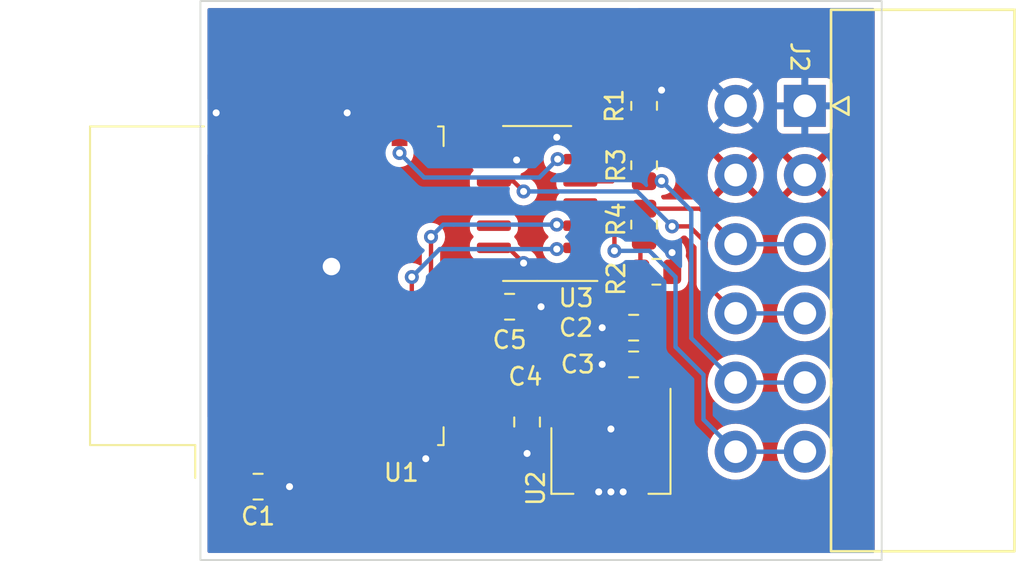
<source format=kicad_pcb>
(kicad_pcb (version 20211014) (generator pcbnew)

  (general
    (thickness 1.6)
  )

  (paper "A4")
  (layers
    (0 "F.Cu" signal)
    (31 "B.Cu" signal)
    (32 "B.Adhes" user "B.Adhesive")
    (33 "F.Adhes" user "F.Adhesive")
    (34 "B.Paste" user)
    (35 "F.Paste" user)
    (36 "B.SilkS" user "B.Silkscreen")
    (37 "F.SilkS" user "F.Silkscreen")
    (38 "B.Mask" user)
    (39 "F.Mask" user)
    (40 "Dwgs.User" user "User.Drawings")
    (41 "Cmts.User" user "User.Comments")
    (42 "Eco1.User" user "User.Eco1")
    (43 "Eco2.User" user "User.Eco2")
    (44 "Edge.Cuts" user)
    (45 "Margin" user)
    (46 "B.CrtYd" user "B.Courtyard")
    (47 "F.CrtYd" user "F.Courtyard")
    (48 "B.Fab" user)
    (49 "F.Fab" user)
    (50 "User.1" user)
    (51 "User.2" user)
    (52 "User.3" user)
    (53 "User.4" user)
    (54 "User.5" user)
    (55 "User.6" user)
    (56 "User.7" user)
    (57 "User.8" user)
    (58 "User.9" user)
  )

  (setup
    (stackup
      (layer "F.SilkS" (type "Top Silk Screen"))
      (layer "F.Paste" (type "Top Solder Paste"))
      (layer "F.Mask" (type "Top Solder Mask") (thickness 0.01))
      (layer "F.Cu" (type "copper") (thickness 0.035))
      (layer "dielectric 1" (type "core") (thickness 1.51) (material "FR4") (epsilon_r 4.5) (loss_tangent 0.02))
      (layer "B.Cu" (type "copper") (thickness 0.035))
      (layer "B.Mask" (type "Bottom Solder Mask") (thickness 0.01))
      (layer "B.Paste" (type "Bottom Solder Paste"))
      (layer "B.SilkS" (type "Bottom Silk Screen"))
      (copper_finish "None")
      (dielectric_constraints no)
    )
    (pad_to_mask_clearance 0)
    (pcbplotparams
      (layerselection 0x00010fc_ffffffff)
      (disableapertmacros false)
      (usegerberextensions false)
      (usegerberattributes true)
      (usegerberadvancedattributes true)
      (creategerberjobfile true)
      (svguseinch false)
      (svgprecision 6)
      (excludeedgelayer true)
      (plotframeref false)
      (viasonmask false)
      (mode 1)
      (useauxorigin false)
      (hpglpennumber 1)
      (hpglpenspeed 20)
      (hpglpendiameter 15.000000)
      (dxfpolygonmode true)
      (dxfimperialunits true)
      (dxfusepcbnewfont true)
      (psnegative false)
      (psa4output false)
      (plotreference true)
      (plotvalue true)
      (plotinvisibletext false)
      (sketchpadsonfab false)
      (subtractmaskfromsilk false)
      (outputformat 1)
      (mirror false)
      (drillshape 1)
      (scaleselection 1)
      (outputdirectory "")
    )
  )

  (net 0 "")
  (net 1 "GND")
  (net 2 "+3V3")
  (net 3 "+5V")
  (net 4 "/ESP_RTS")
  (net 5 "/CASS_SENSE")
  (net 6 "/CASS_MOTOR")
  (net 7 "unconnected-(U1-Pad3)")
  (net 8 "unconnected-(U1-Pad4)")
  (net 9 "/ESP_CTS")
  (net 10 "unconnected-(U1-Pad7)")
  (net 11 "unconnected-(U1-Pad8)")
  (net 12 "unconnected-(U1-Pad10)")
  (net 13 "/ESP_RXD")
  (net 14 "/ESP_TXD")
  (net 15 "unconnected-(U1-Pad14)")
  (net 16 "unconnected-(U1-Pad15)")
  (net 17 "unconnected-(U1-Pad16)")
  (net 18 "unconnected-(U1-Pad17)")
  (net 19 "/CASS_READ")
  (net 20 "/CASS_WRITE")
  (net 21 "Net-(U3-Pad5)")
  (net 22 "unconnected-(U3-Pad8)")
  (net 23 "Net-(U3-Pad1)")
  (net 24 "unconnected-(U3-Pad12)")

  (footprint "Capacitor_SMD:C_0805_2012Metric" (layer "F.Cu") (at 134.7 90.8))

  (footprint "Resistor_SMD:R_0805_2012Metric" (layer "F.Cu") (at 142.4 79.3 -90))

  (footprint "Package_TO_SOT_SMD:SOT-223-3_TabPin2" (layer "F.Cu") (at 140.5 99.6 -90))

  (footprint "Resistor_SMD:R_0805_2012Metric" (layer "F.Cu") (at 142.4 86.1 -90))

  (footprint "Capacitor_SMD:C_0805_2012Metric" (layer "F.Cu") (at 141.8 94.1 180))

  (footprint "onitake:Sullins_EBM06DRAN_2x06_P3.96mm_Female_Card_Edge_Right_Angle" (layer "F.Cu") (at 151.6 79.3 -90))

  (footprint "Capacitor_SMD:C_0805_2012Metric" (layer "F.Cu") (at 141.8 92 180))

  (footprint "Resistor_SMD:R_0805_2012Metric" (layer "F.Cu") (at 143.1 88.8 180))

  (footprint "Package_SO:SOIC-14_3.9x8.7mm_P1.27mm" (layer "F.Cu") (at 136.275 84.89 180))

  (footprint "Resistor_SMD:R_0805_2012Metric" (layer "F.Cu") (at 142.4 82.7 90))

  (footprint "Capacitor_SMD:C_0805_2012Metric" (layer "F.Cu") (at 120.3 101.1 180))

  (footprint "RF_Module:ESP-WROOM-02" (layer "F.Cu") (at 123.9 89.6 90))

  (footprint "Capacitor_SMD:C_0805_2012Metric" (layer "F.Cu") (at 135.7 97.4 -90))

  (gr_rect (start 117 73.3) (end 156 105.3) (layer "Edge.Cuts") (width 0.1) (fill none) (tstamp 75b2ab46-919c-4374-a922-4f718338e7e8))

  (segment (start 140.5 102.75) (end 140.5 101.4) (width 0.25) (layer "F.Cu") (net 1) (tstamp 03c287c8-cc29-40a9-b1ec-1e0edbb76206))
  (segment (start 133.8 87.43) (end 134.63 87.43) (width 0.25) (layer "F.Cu") (net 1) (tstamp 06e211f0-2985-46f3-9fc8-cbf0ef9a2b71))
  (segment (start 134.63 87.43) (end 135.5 88.3) (width 0.25) (layer "F.Cu") (net 1) (tstamp 14668d73-11c1-4c63-856b-67f8cf0b3009))
  (segment (start 141.2 102.05) (end 141.2 101.4) (width 0.25) (layer "F.Cu") (net 1) (tstamp 1afc86e9-e875-4970-994b-f8638352c0a5))
  (segment (start 117.9 80.85) (end 117.9 79.7) (width 0.25) (layer "F.Cu") (net 1) (tstamp 1dc607ba-1eef-4c47-a749-f2763627191f))
  (segment (start 135.05 82.35) (end 135.1 82.4) (width 0.25) (layer "F.Cu") (net 1) (tstamp 221da52a-a1ec-4d1d-9640-b9aa4379c21b))
  (segment (start 124.51 88.5) (end 124.5 88.5) (width 0.25) (layer "F.Cu") (net 1) (tstamp 2fc3efdb-6edc-498d-a6d2-49e95eb99837))
  (segment (start 140.85 92) (end 140 92) (width 0.25) (layer "F.Cu") (net 1) (tstamp 33c6e0cb-8250-40bc-93d6-e95e1cbef3d2))
  (segment (start 125.4 80.85) (end 125.4 79.7) (width 0.25) (layer "F.Cu") (net 1) (tstamp 3f32eb95-f1bf-4100-847a-4db62fbee13c))
  (segment (start 135.7 98.35) (end 135.7 99.2) (width 0.25) (layer "F.Cu") (net 1) (tstamp 4a7e91f5-feb2-4d21-8440-ef3feb521581))
  (segment (start 121.25 101.1) (end 122.1 101.1) (width 0.25) (layer "F.Cu") (net 1) (tstamp 908f6e3f-2056-420a-be39-ef162146f35e))
  (segment (start 138.75 81.08) (end 137.42 81.08) (width 0.25) (layer "F.Cu") (net 1) (tstamp 917cc813-5f26-4a33-b312-60e657e09000))
  (segment (start 129.9 98.35) (end 129.9 99.5) (width 0.25) (layer "F.Cu") (net 1) (tstamp 9219daf6-a93c-4f6e-b18e-8a57bdb5e4f4))
  (segment (start 137.42 81.08) (end 137.4 81.1) (width 0.25) (layer "F.Cu") (net 1) (tstamp 995f035e-854d-43c6-8fad-ba144db53f5e))
  (segment (start 135.65 91.2) (end 136.5 91.2) (width 0.25) (layer "F.Cu") (net 1) (tstamp 9ba51f3b-3db8-4792-9266-434672ad57d6))
  (segment (start 144.0125 88.8) (end 144.0125 87.7125) (width 0.25) (layer "F.Cu") (net 1) (tstamp a7133f72-e945-43c4-862e-0ca5ec256a06))
  (segment (start 140.85 94.1) (end 140 94.1) (width 0.25) (layer "F.Cu") (net 1) (tstamp a793ba16-a175-42d4-83ca-534609d3f065))
  (segment (start 142.4 78.3875) (end 143.3875 78.3875) (width 0.25) (layer "F.Cu") (net 1) (tstamp a9afaf13-5dbe-4293-b19c-5385f5173b73))
  (segment (start 140.5 102.75) (end 139.8 102.05) (width 0.25) (layer "F.Cu") (net 1) (tstamp bc844eb3-f215-48d2-b7aa-bc77adfcd99f))
  (segment (start 140.5 102.75) (end 141.2 102.05) (width 0.25) (layer "F.Cu") (net 1) (tstamp c38b7339-b0d9-4156-9db6-5b050511676d))
  (segment (start 143.3875 78.3875) (end 143.4 78.4) (width 0.25) (layer "F.Cu") (net 1) (tstamp c3eefbcc-e04f-412f-ae43-0300585fc7d5))
  (segment (start 140.5 96.45) (end 140.5 97.8) (width 0.25) (layer "F.Cu") (net 1) (tstamp ec2c6b0a-de70-4869-97be-28b0fdf5c36f))
  (segment (start 139.8 102.05) (end 139.8 101.4) (width 0.25) (layer "F.Cu") (net 1) (tstamp ed14404b-788b-4685-ab91-53da9dc8c297))
  (segment (start 144.0125 87.7125) (end 144 87.7) (width 0.25) (layer "F.Cu") (net 1) (tstamp f0a06a4a-9016-4602-99ad-dad55617982e))
  (segment (start 133.8 82.35) (end 135.05 82.35) (width 0.25) (layer "F.Cu") (net 1) (tstamp f6d0fe20-e985-4fb2-8910-639d0b1210f1))
  (via (at 140.5 97.8) (size 0.8) (drill 0.4) (layers "F.Cu" "B.Cu") (net 1) (tstamp 07feacb6-8b91-4f23-9d94-540c55a57242))
  (via (at 140 92) (size 0.8) (drill 0.4) (layers "F.Cu" "B.Cu") (net 1) (tstamp 263e766c-365a-438c-9eba-2d591831cac0))
  (via (at 124.5 88.5) (size 1.4) (drill 1) (layers "F.Cu" "B.Cu") (net 1) (tstamp 3601e513-2844-4e21-9c3f-ea9fd71a79b8))
  (via (at 125.4 79.7) (size 0.8) (drill 0.4) (layers "F.Cu" "B.Cu") (net 1) (tstamp 5297d4ca-7d6e-4e15-a746-66d8f9aa0db5))
  (via (at 135.7 99.2) (size 0.8) (drill 0.4) (layers "F.Cu" "B.Cu") (net 1) (tstamp 56b061d4-570f-4f3d-ba97-3a3ea2b2138c))
  (via (at 140 94.1) (size 0.8) (drill 0.4) (layers "F.Cu" "B.Cu") (net 1) (tstamp 64de57a0-53a5-4e0d-9233-46be35b31a97))
  (via (at 117.9 79.7) (size 0.8) (drill 0.4) (layers "F.Cu" "B.Cu") (net 1) (tstamp 653729e2-5eaa-4196-8232-7433966ad972))
  (via (at 144 87.7) (size 0.8) (drill 0.4) (layers "F.Cu" "B.Cu") (net 1) (tstamp 77213823-ad48-4ab3-9ee8-b8dd78176153))
  (via (at 122.1 101.1) (size 0.8) (drill 0.4) (layers "F.Cu" "B.Cu") (net 1) (tstamp 7fcb5653-d3c7-4457-917a-3ba63ef6ce69))
  (via (at 136.5 90.8) (size 0.8) (drill 0.4) (layers "F.Cu" "B.Cu") (net 1) (tstamp 8134e02f-2f69-470a-aa11-7562cc0a827b))
  (via (at 129.9 99.5) (size 0.8) (drill 0.4) (layers "F.Cu" "B.Cu") (net 1) (tstamp 84b062d9-442b-4f85-9060-6cc1a0ddf5b9))
  (via (at 141.2 101.4) (size 0.8) (drill 0.4) (layers "F.Cu" "B.Cu") (net 1) (tstamp 9271fd7b-eaaf-43cd-95c5-451ec40eff2a))
  (via (at 139.8 101.4) (size 0.8) (drill 0.4) (layers "F.Cu" "B.Cu") (net 1) (tstamp 94ef1ab1-b5e1-49c9-b5d8-392394d2e2a6))
  (via (at 135.1 82.4) (size 0.8) (drill 0.4) (layers "F.Cu" "B.Cu") (net 1) (tstamp a62257f2-4d1e-4279-90fd-fb2f2aee40e4))
  (via (at 137.4 81.1) (size 0.8) (drill 0.4) (layers "F.Cu" "B.Cu") (net 1) (tstamp b4967511-9b61-4650-96c4-a24b1acc2263))
  (via (at 140.5 101.4) (size 0.8) (drill 0.4) (layers "F.Cu" "B.Cu") (net 1) (tstamp b7f8b06a-07be-45f1-960d-1848c903cf82))
  (via (at 135.5 88.3) (size 0.8) (drill 0.4) (layers "F.Cu" "B.Cu") (net 1) (tstamp ba16fc8e-f5fe-4854-a717-7e73f302d7f0))
  (via (at 143.4 78.4) (size 0.8) (drill 0.4) (layers "F.Cu" "B.Cu") (net 1) (tstamp bb269a8e-7888-4214-b827-f2fe41a8f57d))
  (segment (start 138.75 86.16) (end 137.46 86.16) (width 0.25) (layer "F.Cu") (net 4) (tstamp 0a370b5d-b715-44c7-a982-18ac627fb525))
  (segment (start 137.46 86.16) (end 137.4 86.1) (width 0.25) (layer "F.Cu") (net 4) (tstamp 16c9e1ca-989a-45d7-9f11-b60733caa931))
  (segment (start 125.4 97) (end 130.2 92.2) (width 0.25) (layer "F.Cu") (net 4) (tstamp 604a1b29-eaf6-46d6-bf64-a2b444adba29))
  (segment (start 125.4 98.35) (end 125.4 97) (width 0.25) (layer "F.Cu") (net 4) (tstamp 929bf6e8-101a-4878-a9a9-9767e383d0ad))
  (segment (start 130.2 89.1) (end 130.2 86.8) (width 0.25) (layer "F.Cu") (net 4) (tstamp 9bad9c0d-811c-42e6-9cdb-f50c15ad2367))
  (segment (start 130.2 92.2) (end 130.2 89.1) (width 0.25) (layer "F.Cu") (net 4) (tstamp 9e38d59e-968b-4e3e-aaa4-844c536b1a87))
  (via (at 137.4 86.1) (size 0.8) (drill 0.4) (layers "F.Cu" "B.Cu") (net 4) (tstamp 0a6d6b19-7df6-4b79-abe4-e5b1a6158692))
  (via (at 130.2 86.8) (size 0.8) (drill 0.4) (layers "F.Cu" "B.Cu") (net 4) (tstamp e485465b-a3d7-4c57-9247-758e0d61f057))
  (segment (start 130.9 86.1) (end 130.2 86.8) (width 0.25) (layer "B.Cu") (net 4) (tstamp 5e98db5c-947e-4cab-a181-e6b61630f142))
  (segment (start 131.5 86.1) (end 137.4 86.1) (width 0.25) (layer "B.Cu") (net 4) (tstamp 98fcecf1-6145-4af9-9582-0d9ec5ff4824))
  (segment (start 131.5 86.1) (end 130.9 86.1) (width 0.25) (layer "B.Cu") (net 4) (tstamp 9d953871-fd1f-4aa9-863e-cfc5eea6faf0))
  (segment (start 138.75 84.89) (end 139.89 84.89) (width 0.25) (layer "F.Cu") (net 5) (tstamp 781c5bac-b788-415a-b975-c7236ed511b8))
  (segment (start 139.89 84.89) (end 140.7 85.7) (width 0.25) (layer "F.Cu") (net 5) (tstamp 8d35fd10-3b69-4ce2-bc40-160e57165624))
  (segment (start 140.7 85.7) (end 140.7 87.6) (width 0.25) (layer "F.Cu") (net 5) (tstamp e011c3a3-9b7b-41b4-b9be-6025683b64ca))
  (via (at 140.7 87.6) (size 0.8) (drill 0.4) (layers "F.Cu" "B.Cu") (net 5) (tstamp 6c14af57-ba3e-48f3-9efc-d392e9c21885))
  (segment (start 142.7 87.6) (end 144.2 89.1) (width 0.25) (layer "B.Cu") (net 5) (tstamp 0983af6a-2f90-4cd1-a35e-210fa9448b78))
  (segment (start 144.2 93.1) (end 145.8 94.7) (width 0.25) (layer "B.Cu") (net 5) (tstamp 0a917d02-f487-4e67-9e16-f3f8bc993c49))
  (segment (start 145.8 97.26) (end 147.64 99.1) (width 0.25) (layer "B.Cu") (net 5) (tstamp 1eeb03b2-32f3-46a5-8a06-e481b2386d18))
  (segment (start 147.64 99.1) (end 151.6 99.1) (width 0.25) (layer "B.Cu") (net 5) (tstamp 257ae70d-e61c-40d1-b9f3-07fff2b051f4))
  (segment (start 145.8 94.7) (end 145.8 97.26) (width 0.25) (layer "B.Cu") (net 5) (tstamp b6590f46-648c-4307-8f97-5f44a05a4c27))
  (segment (start 140.7 87.6) (end 142.7 87.6) (width 0.25) (layer "B.Cu") (net 5) (tstamp f0d8f2f7-7610-410b-8af1-aa428857d695))
  (segment (start 144.2 89.1) (end 144.2 93.1) (width 0.25) (layer "B.Cu") (net 5) (tstamp f0dd706b-d574-44a2-abcd-174c068bf046))
  (segment (start 145.6075 85.1875) (end 147.64 87.22) (width 0.25) (layer "F.Cu") (net 6) (tstamp f723380b-ddfe-42ae-b30f-244786656a0b))
  (segment (start 142.4 85.1875) (end 145.6075 85.1875) (width 0.25) (layer "F.Cu") (net 6) (tstamp fba22273-8cda-4d92-b1cb-6a0de1b2e747))
  (segment (start 147.64 87.22) (end 151.6 87.22) (width 0.25) (layer "B.Cu") (net 6) (tstamp fb25bcfa-e715-450a-a4d4-e8d5504a2cee))
  (segment (start 137.47 87.43) (end 137.4 87.5) (width 0.25) (layer "F.Cu") (net 9) (tstamp 1f67db52-5d0f-45eb-83ff-1fdd22c79fb2))
  (segment (start 138.75 87.43) (end 137.47 87.43) (width 0.25) (layer "F.Cu") (net 9) (tstamp 4b32620a-34e5-4d09-b4e2-dbaf729e96cd))
  (segment (start 129.1 92) (end 123.9 97.2) (width 0.25) (layer "F.Cu") (net 9) (tstamp 6c0dfe7e-bea0-47b6-85b3-37553a8e21f5))
  (segment (start 129.1 89.1) (end 129.1 92) (width 0.25) (layer "F.Cu") (net 9) (tstamp a3797fd1-2b99-4f66-832c-3e1890f677fa))
  (segment (start 123.9 97.2) (end 123.9 98.35) (width 0.25) (layer "F.Cu") (net 9) (tstamp d14fc760-4349-447f-872f-acf2a6a6689c))
  (via (at 137.4 87.5) (size 0.8) (drill 0.4) (layers "F.Cu" "B.Cu") (net 9) (tstamp 5b547338-b347-4c4a-bd23-d30713eeec2e))
  (via (at 129.1 89.1) (size 0.8) (drill 0.4) (layers "F.Cu" "B.Cu") (net 9) (tstamp 9fa2bf62-9261-4f95-97c3-b6c76d3157ef))
  (segment (start 137.4 87.5) (end 131.4 87.5) (width 0.25) (layer "B.Cu") (net 9) (tstamp 219af0df-b907-43c6-aab9-2cc9f1ada0fd))
  (segment (start 131.4 87.5) (end 130.7 87.5) (width 0.25) (layer "B.Cu") (net 9) (tstamp 6862f7d2-8876-4e3b-bbed-8a0686487d7e))
  (segment (start 130.7 87.5) (end 129.1 89.1) (width 0.25) (layer "B.Cu") (net 9) (tstamp 9948e57c-32d8-451c-856e-c938e3da813f))
  (segment (start 128.4 80.85) (end 128.4 82) (width 0.25) (layer "F.Cu") (net 13) (tstamp 09860c0c-e061-4396-aeb3-2047d86d27b7))
  (segment (start 138.75 82.35) (end 137.45 82.35) (width 0.25) (layer "F.Cu") (net 13) (tstamp a2490a86-ec18-45dc-90ad-f0f857b87a7d))
  (via (at 128.4 82) (size 0.8) (drill 0.4) (layers "F.Cu" "B.Cu") (net 13) (tstamp 9812a7b2-92c8-4b97-9be6-3e18b1d722eb))
  (via (at 137.45 82.35) (size 0.8) (drill 0.4) (layers "F.Cu" "B.Cu") (net 13) (tstamp bd727390-2db0-4d9d-8372-f0d349adca7f))
  (segment (start 129.8 83.4) (end 135.7 83.4) (width 0.25) (layer "B.Cu") (net 13) (tstamp 138f978a-1ac7-4eba-ad83-69eca19b01d3))
  (segment (start 137.45 82.35) (end 136.4 83.4) (width 0.25) (layer "B.Cu") (net 13) (tstamp 9a64d0b4-23a1-42b3-bc08-cbcfabf912b8))
  (segment (start 136.4 83.4) (end 135.7 83.4) (width 0.25) (layer "B.Cu") (net 13) (tstamp b304cf4e-f6da-47d5-8658-65e1025e09ce))
  (segment (start 128.4 82) (end 129.8 83.4) (width 0.25) (layer "B.Cu") (net 13) (tstamp f50b07ce-2436-4987-880c-b5edd824e985))
  (segment (start 126.9 82.2) (end 128.75 84.05) (width 0.25) (layer "F.Cu") (net 14) (tstamp 53cd4613-45cf-406b-bd12-e156402c3ab6))
  (segment (start 129.59 84.89) (end 128.75 84.05) (width 0.25) (layer "F.Cu") (net 14) (tstamp 98341f5b-676d-451c-bdd5-bf6e1712d43b))
  (segment (start 126.9 80.85) (end 126.9 82.2) (width 0.25) (layer "F.Cu") (net 14) (tstamp dcb3f42e-5a63-4558-aac0-5c1cf3f7a14f))
  (segment (start 133.8 84.89) (end 129.59 84.89) (width 0.25) (layer "F.Cu") (net 14) (tstamp e85170df-50e7-48f5-b54e-728134c12c43))
  (segment (start 144 86.2) (end 145 86.2) (width 0.25) (layer "F.Cu") (net 19) (tstamp 05cb9218-ed72-4063-9192-d33f974dfed8))
  (segment (start 133.8 83.62) (end 134.92 83.62) (width 0.25) (layer "F.Cu") (net 19) (tstamp 25479c99-66f2-40f8-ac7c-e9cceaeb9702))
  (segment (start 145.93 87.13) (end 145.93 89.47) (width 0.25) (layer "F.Cu") (net 19) (tstamp 5c29928a-0c4e-4f8c-abd0-0e01782db4f5))
  (segment (start 145 86.2) (end 145.93 87.13) (width 0.25) (layer "F.Cu") (net 19) (tstamp 87a98429-d0e1-436e-a916-c8abe2b5d728))
  (segment (start 134.92 83.62) (end 135.5 84.2) (width 0.25) (layer "F.Cu") (net 19) (tstamp 9a1ce814-79d5-45ed-821c-49be9342da60))
  (segment (start 147.64 91.18) (end 145.93 89.47) (width 0.25) (layer "F.Cu") (net 19) (tstamp a5fb393a-7bd4-4243-814d-36a1e3da9d73))
  (via (at 144 86.2) (size 0.8) (drill 0.4) (layers "F.Cu" "B.Cu") (net 19) (tstamp 4dc9d788-4b4a-4604-a520-536e5febce24))
  (via (at 135.5 84.2) (size 0.8) (drill 0.4) (layers "F.Cu" "B.Cu") (net 19) (tstamp a430d5e4-621c-4f53-a3d7-a12aa0297a23))
  (segment (start 144 86.2) (end 142 84.2) (width 0.25) (layer "B.Cu") (net 19) (tstamp 0e381dc3-e932-45eb-af47-bef52a9abc63))
  (segment (start 147.64 91.18) (end 151.6 91.18) (width 0.25) (layer "B.Cu") (net 19) (tstamp 93975c5d-2c07-4188-b918-a5bf934b4bbe))
  (segment (start 142 84.2) (end 135.5 84.2) (width 0.25) (layer "B.Cu") (net 19) (tstamp ae95b4a7-4514-49f0-8ca0-19a4ce30a9d6))
  (segment (start 143.3875 83.6125) (end 143.4 83.6) (width 0.25) (layer "F.Cu") (net 20) (tstamp 51a959aa-1487-4cc6-9ab7-f7cea54a3c97))
  (segment (start 142.4 83.6125) (end 143.3875 83.6125) (width 0.25) (layer "F.Cu") (net 20) (tstamp e351ac85-5333-4f7c-ae6a-bf4980552b15))
  (via (at 143.4 83.6) (size 0.8) (drill 0.4) (layers "F.Cu" "B.Cu") (net 20) (tstamp 248052b7-1392-4aae-9f4f-1d4d05f34056))
  (segment (start 145.1 92.6) (end 145.1 85.3) (width 0.25) (layer "B.Cu") (net 20) (tstamp 09b6b115-95e0-4ea7-a613-b012cc39ca87))
  (segment (start 147.64 95.14) (end 145.1 92.6) (width 0.25) (layer "B.Cu") (net 20) (tstamp 812e17f5-a872-4c69-9910-4ef8a7dc8694))
  (segment (start 147.64 95.14) (end 151.6 95.14) (width 0.25) (layer "B.Cu") (net 20) (tstamp 9a39a1e4-11b6-4130-9133-b5d667f0de37))
  (segment (start 145.1 85.3) (end 143.4 83.6) (width 0.25) (layer "B.Cu") (net 20) (tstamp a8e7dce3-7e1e-4428-9ae5-49834f8a97bd))
  (segment (start 142.4 81.7875) (end 142.4 80.2125) (width 0.25) (layer "F.Cu") (net 21) (tstamp 54970f99-53f2-4d0a-bb91-8a1b369e177c))
  (segment (start 138.75 83.62) (end 140.5675 83.62) (width 0.25) (layer "F.Cu") (net 21) (tstamp a36a01c6-765b-4084-acc3-aefbc36d4eff))
  (segment (start 140.5675 83.62) (end 142.4 81.7875) (width 0.25) (layer "F.Cu") (net 21) (tstamp a8fc7bd2-6c7a-4bd4-b1fa-f84fe785d7f4))
  (segment (start 142.1875 87.225) (end 142.4 87.0125) (width 0.25) (layer "F.Cu") (net 23) (tstamp 01661ee5-50fc-4e28-9cd0-3dc7581a622a))
  (segment (start 138.75 88.7) (end 142.0875 88.7) (width 0.25) (layer "F.Cu") (net 23) (tstamp 84cf9ac7-08aa-45ac-93f2-a671da3eb6cd))
  (segment (start 142.1875 88.8) (end 142.1875 87.225) (width 0.25) (layer "F.Cu") (net 23) (tstamp f069d1c1-e798-48c9-b8bf-f22fb280839a))
  (segment (start 142.0875 88.7) (end 142.1875 88.8) (width 0.25) (layer "F.Cu") (net 23) (tstamp f83efebc-77c7-49ca-a766-31022b449055))

  (zone (net 3) (net_name "+5V") (layer "F.Cu") (tstamp 2a8d29a5-fccd-4a19-ac40-ad08f5d6e573) (hatch edge 0.508)
    (priority 1)
    (connect_pads (clearance 0.4))
    (min_thickness 0.2) (filled_areas_thickness no)
    (fill yes (thermal_gap 0.4) (thermal_bridge_width 0.4))
    (polygon
      (pts
        (xy 156 105.3)
        (xy 142 105.3)
        (xy 142 94.5)
        (xy 142 90.4)
        (xy 142 73.3)
        (xy 156 73.3)
      )
    )
    (filled_polygon
      (layer "F.Cu")
      (pts
        (xy 155.558691 73.719407)
        (xy 155.594655 73.768907)
        (xy 155.5995 73.7995)
        (xy 155.5995 104.8005)
        (xy 155.580593 104.858691)
        (xy 155.531093 104.894655)
        (xy 155.5005 104.8995)
        (xy 142.099 104.8995)
        (xy 142.040809 104.880593)
        (xy 142.004845 104.831093)
        (xy 142 104.8005)
        (xy 142 104.5045)
        (xy 142.018907 104.446309)
        (xy 142.068407 104.410345)
        (xy 142.099 104.4055)
        (xy 142.501 104.4055)
        (xy 142.542838 104.402208)
        (xy 142.562497 104.400661)
        (xy 142.562498 104.400661)
        (xy 142.564428 104.400509)
        (xy 142.577318 104.398468)
        (xy 142.59311 104.395967)
        (xy 142.593119 104.395965)
        (xy 142.595021 104.395664)
        (xy 142.625352 104.388382)
        (xy 142.651224 104.382171)
        (xy 142.651226 104.38217)
        (xy 142.6569 104.380808)
        (xy 142.769941 104.323211)
        (xy 142.819441 104.287247)
        (xy 142.909151 104.197536)
        (xy 142.966747 104.084495)
        (xy 142.985654 104.026304)
        (xy 143.0055 103.901)
        (xy 143.0055 101.541008)
        (xy 143.00425 101.509189)
        (xy 143.003031 101.493702)
        (xy 142.999289 101.462091)
        (xy 142.985339 101.419154)
        (xy 142.961289 101.345135)
        (xy 142.960086 101.341432)
        (xy 142.932309 101.286915)
        (xy 142.930019 101.283763)
        (xy 142.860023 101.187419)
        (xy 142.860019 101.187414)
        (xy 142.857736 101.184272)
        (xy 142.234496 100.561032)
        (xy 142.206719 100.506515)
        (xy 142.2055 100.491028)
        (xy 142.2055 99.1)
        (xy 146.034551 99.1)
        (xy 146.054317 99.351148)
        (xy 146.113127 99.596111)
        (xy 146.209534 99.828859)
        (xy 146.341164 100.043659)
        (xy 146.504776 100.235224)
        (xy 146.696341 100.398836)
        (xy 146.911141 100.530466)
        (xy 146.984934 100.561032)
        (xy 147.140298 100.625386)
        (xy 147.140303 100.625388)
        (xy 147.143889 100.626873)
        (xy 147.147663 100.627779)
        (xy 147.147666 100.62778)
        (xy 147.385078 100.684777)
        (xy 147.388852 100.685683)
        (xy 147.392717 100.685987)
        (xy 147.392722 100.685988)
        (xy 147.636125 100.705144)
        (xy 147.64 100.705449)
        (xy 147.643875 100.705144)
        (xy 147.887278 100.685988)
        (xy 147.887283 100.685987)
        (xy 147.891148 100.685683)
        (xy 147.894922 100.684777)
        (xy 148.132334 100.62778)
        (xy 148.132337 100.627779)
        (xy 148.136111 100.626873)
        (xy 148.139697 100.625388)
        (xy 148.139702 100.625386)
        (xy 148.295066 100.561032)
        (xy 148.368859 100.530466)
        (xy 148.583659 100.398836)
        (xy 148.775224 100.235224)
        (xy 148.938836 100.043659)
        (xy 149.070466 99.828859)
        (xy 149.166873 99.596111)
        (xy 149.225683 99.351148)
        (xy 149.245449 99.1)
        (xy 149.994551 99.1)
        (xy 150.014317 99.351148)
        (xy 150.073127 99.596111)
        (xy 150.169534 99.828859)
        (xy 150.301164 100.043659)
        (xy 150.464776 100.235224)
        (xy 150.656341 100.398836)
        (xy 150.871141 100.530466)
        (xy 150.944934 100.561032)
        (xy 151.100298 100.625386)
        (xy 151.100303 100.625388)
        (xy 151.103889 100.626873)
        (xy 151.107663 100.627779)
        (xy 151.107666 100.62778)
        (xy 151.345078 100.684777)
        (xy 151.348852 100.685683)
        (xy 151.352717 100.685987)
        (xy 151.352722 100.685988)
        (xy 151.596125 100.705144)
        (xy 151.6 100.705449)
        (xy 151.603875 100.705144)
        (xy 151.847278 100.685988)
        (xy 151.847283 100.685987)
        (xy 151.851148 100.685683)
        (xy 151.854922 100.684777)
        (xy 152.092334 100.62778)
        (xy 152.092337 100.627779)
        (xy 152.096111 100.626873)
        (xy 152.099697 100.625388)
        (xy 152.099702 100.625386)
        (xy 152.255066 100.561032)
        (xy 152.328859 100.530466)
        (xy 152.543659 100.398836)
        (xy 152.735224 100.235224)
        (xy 152.898836 100.043659)
        (xy 153.030466 99.828859)
        (xy 153.126873 99.596111)
        (xy 153.185683 99.351148)
        (xy 153.205449 99.1)
        (xy 153.185683 98.848852)
        (xy 153.126873 98.603889)
        (xy 153.030466 98.371141)
        (xy 152.898836 98.156341)
        (xy 152.735224 97.964776)
        (xy 152.579327 97.831627)
        (xy 152.546619 97.803692)
        (xy 152.546618 97.803692)
        (xy 152.543659 97.801164)
        (xy 152.328859 97.669534)
        (xy 152.240185 97.632804)
        (xy 152.099702 97.574614)
        (xy 152.099697 97.574612)
        (xy 152.096111 97.573127)
        (xy 152.092337 97.572221)
        (xy 152.092334 97.57222)
        (xy 151.854922 97.515223)
        (xy 151.854921 97.515223)
        (xy 151.851148 97.514317)
        (xy 151.847283 97.514013)
        (xy 151.847278 97.514012)
        (xy 151.603875 97.494856)
        (xy 151.6 97.494551)
        (xy 151.596125 97.494856)
        (xy 151.352722 97.514012)
        (xy 151.352717 97.514013)
        (xy 151.348852 97.514317)
        (xy 151.345079 97.515223)
        (xy 151.345078 97.515223)
        (xy 151.107666 97.57222)
        (xy 151.107663 97.572221)
        (xy 151.103889 97.573127)
        (xy 151.100303 97.574612)
        (xy 151.100298 97.574614)
        (xy 150.959815 97.632804)
        (xy 150.871141 97.669534)
        (xy 150.656341 97.801164)
        (xy 150.653382 97.803692)
        (xy 150.653381 97.803692)
        (xy 150.620673 97.831627)
        (xy 150.464776 97.964776)
        (xy 150.301164 98.156341)
        (xy 150.169534 98.371141)
        (xy 150.073127 98.603889)
        (xy 150.014317 98.848852)
        (xy 149.994551 99.1)
        (xy 149.245449 99.1)
        (xy 149.225683 98.848852)
        (xy 149.166873 98.603889)
        (xy 149.070466 98.371141)
        (xy 148.938836 98.156341)
        (xy 148.775224 97.964776)
        (xy 148.619327 97.831627)
        (xy 148.586619 97.803692)
        (xy 148.586618 97.803692)
        (xy 148.583659 97.801164)
        (xy 148.368859 97.669534)
        (xy 148.280185 97.632804)
        (xy 148.139702 97.574614)
        (xy 148.139697 97.574612)
        (xy 148.136111 97.573127)
        (xy 148.132337 97.572221)
        (xy 148.132334 97.57222)
        (xy 147.894922 97.515223)
        (xy 147.894921 97.515223)
        (xy 147.891148 97.514317)
        (xy 147.887283 97.514013)
        (xy 147.887278 97.514012)
        (xy 147.643875 97.494856)
        (xy 147.64 97.494551)
        (xy 147.636125 97.494856)
        (xy 147.392722 97.514012)
        (xy 147.392717 97.514013)
        (xy 147.388852 97.514317)
        (xy 147.385079 97.515223)
        (xy 147.385078 97.515223)
        (xy 147.147666 97.57222)
        (xy 147.147663 97.572221)
        (xy 147.143889 97.573127)
        (xy 147.140303 97.574612)
        (xy 147.140298 97.574614)
        (xy 146.999815 97.632804)
        (xy 146.911141 97.669534)
        (xy 146.696341 97.801164)
        (xy 146.693382 97.803692)
        (xy 146.693381 97.803692)
        (xy 146.660673 97.831627)
        (xy 146.504776 97.964776)
        (xy 146.341164 98.156341)
        (xy 146.209534 98.371141)
        (xy 146.113127 98.603889)
        (xy 146.054317 98.848852)
        (xy 146.034551 99.1)
        (xy 142.2055 99.1)
        (xy 142.2055 97.949)
        (xy 142.224407 97.890809)
        (xy 142.273907 97.854845)
        (xy 142.3045 97.85)
        (xy 142.58432 97.85)
        (xy 142.597005 97.845878)
        (xy 142.6 97.841757)
        (xy 142.6 97.834319)
        (xy 143 97.834319)
        (xy 143.004122 97.847004)
        (xy 143.008243 97.849999)
        (xy 143.577585 97.849999)
        (xy 143.585329 97.849389)
        (xy 143.667449 97.836384)
        (xy 143.682091 97.831627)
        (xy 143.781106 97.781177)
        (xy 143.793551 97.772135)
        (xy 143.872135 97.693551)
        (xy 143.881177 97.681106)
        (xy 143.931629 97.582088)
        (xy 143.936384 97.567453)
        (xy 143.949391 97.485327)
        (xy 143.95 97.477588)
        (xy 143.95 96.66568)
        (xy 143.945878 96.652995)
        (xy 143.941757 96.65)
        (xy 143.01568 96.65)
        (xy 143.002995 96.654122)
        (xy 143 96.658243)
        (xy 143 97.834319)
        (xy 142.6 97.834319)
        (xy 142.6 95.28068)
        (xy 142.595878 95.267994)
        (xy 142.59081 95.264312)
        (xy 142.554846 95.214812)
        (xy 142.55 95.184219)
        (xy 142.55 94.99432)
        (xy 142.95 94.99432)
        (xy 142.954122 95.007006)
        (xy 142.95919 95.010688)
        (xy 142.995154 95.060188)
        (xy 143 95.090781)
        (xy 143 96.23432)
        (xy 143.004122 96.247005)
        (xy 143.008243 96.25)
        (xy 143.934319 96.25)
        (xy 143.947004 96.245878)
        (xy 143.949999 96.241757)
        (xy 143.949999 95.422415)
        (xy 143.949389 95.414671)
        (xy 143.936384 95.332551)
        (xy 143.931627 95.317909)
        (xy 143.881177 95.218894)
        (xy 143.872135 95.206449)
        (xy 143.805686 95.14)
        (xy 146.034551 95.14)
        (xy 146.034856 95.143875)
        (xy 146.044335 95.264312)
        (xy 146.054317 95.391148)
        (xy 146.113127 95.636111)
        (xy 146.209534 95.868859)
        (xy 146.341164 96.083659)
        (xy 146.504776 96.275224)
        (xy 146.696341 96.438836)
        (xy 146.911141 96.570466)
        (xy 146.999815 96.607196)
        (xy 147.140298 96.665386)
        (xy 147.140303 96.665388)
        (xy 147.143889 96.666873)
        (xy 147.147663 96.667779)
        (xy 147.147666 96.66778)
        (xy 147.385078 96.724777)
        (xy 147.388852 96.725683)
        (xy 147.392717 96.725987)
        (xy 147.392722 96.725988)
        (xy 147.636125 96.745144)
        (xy 147.64 96.745449)
        (xy 147.643875 96.745144)
        (xy 147.887278 96.725988)
        (xy 147.887283 96.725987)
        (xy 147.891148 96.725683)
        (xy 147.894922 96.724777)
        (xy 148.132334 96.66778)
        (xy 148.132337 96.667779)
        (xy 148.136111 96.666873)
        (xy 148.139697 96.665388)
        (xy 148.139702 96.665386)
        (xy 148.280185 96.607196)
        (xy 148.368859 96.570466)
        (xy 148.583659 96.438836)
        (xy 148.775224 96.275224)
        (xy 148.938836 96.083659)
        (xy 149.070466 95.868859)
        (xy 149.166873 95.636111)
        (xy 149.225683 95.391148)
        (xy 149.235666 95.264312)
        (xy 149.245144 95.143875)
        (xy 149.245449 95.14)
        (xy 149.994551 95.14)
        (xy 149.994856 95.143875)
        (xy 150.004335 95.264312)
        (xy 150.014317 95.391148)
        (xy 150.073127 95.636111)
        (xy 150.169534 95.868859)
        (xy 150.301164 96.083659)
        (xy 150.464776 96.275224)
        (xy 150.656341 96.438836)
        (xy 150.871141 96.570466)
        (xy 150.959815 96.607196)
        (xy 151.100298 96.665386)
        (xy 151.100303 96.665388)
        (xy 151.103889 96.666873)
        (xy 151.107663 96.667779)
        (xy 151.107666 96.66778)
        (xy 151.345078 96.724777)
        (xy 151.348852 96.725683)
        (xy 151.352717 96.725987)
        (xy 151.352722 96.725988)
        (xy 151.596125 96.745144)
        (xy 151.6 96.745449)
        (xy 151.603875 96.745144)
        (xy 151.847278 96.725988)
        (xy 151.847283 96.725987)
        (xy 151.851148 96.725683)
        (xy 151.854922 96.724777)
        (xy 152.092334 96.66778)
        (xy 152.092337 96.667779)
        (xy 152.096111 96.666873)
        (xy 152.099697 96.665388)
        (xy 152.099702 96.665386)
        (xy 152.240185 96.607196)
        (xy 152.328859 96.570466)
        (xy 152.543659 96.438836)
        (xy 152.735224 96.275224)
        (xy 152.898836 96.083659)
        (xy 153.030466 95.868859)
        (xy 153.126873 95.636111)
        (xy 153.185683 95.391148)
        (xy 153.195666 95.264312)
        (xy 153.205144 95.143875)
        (xy 153.205449 95.14)
        (xy 153.198937 95.057259)
        (xy 153.185988 94.892722)
        (xy 153.185987 94.892717)
        (xy 153.185683 94.888852)
        (xy 153.163031 94.7945)
        (xy 153.12778 94.647666)
        (xy 153.127779 94.647663)
        (xy 153.126873 94.643889)
        (xy 153.124721 94.638692)
        (xy 153.031954 94.414734)
        (xy 153.030466 94.411141)
        (xy 152.898836 94.196341)
        (xy 152.735224 94.004776)
        (xy 152.543659 93.841164)
        (xy 152.328859 93.709534)
        (xy 152.240185 93.672804)
        (xy 152.099702 93.614614)
        (xy 152.099697 93.614612)
        (xy 152.096111 93.613127)
        (xy 152.092337 93.612221)
        (xy 152.092334 93.61222)
        (xy 151.854922 93.555223)
        (xy 151.854921 93.555223)
        (xy 151.851148 93.554317)
        (xy 151.847283 93.554013)
        (xy 151.847278 93.554012)
        (xy 151.603875 93.534856)
        (xy 151.6 93.534551)
        (xy 151.596125 93.534856)
        (xy 151.352722 93.554012)
        (xy 151.352717 93.554013)
        (xy 151.348852 93.554317)
        (xy 151.345079 93.555223)
        (xy 151.345078 93.555223)
        (xy 151.107666 93.61222)
        (xy 151.107663 93.612221)
        (xy 151.103889 93.613127)
        (xy 151.100303 93.614612)
        (xy 151.100298 93.614614)
        (xy 150.959815 93.672804)
        (xy 150.871141 93.709534)
        (xy 150.656341 93.841164)
        (xy 150.464776 94.004776)
        (xy 150.301164 94.196341)
        (xy 150.169534 94.411141)
        (xy 150.168046 94.414734)
        (xy 150.07528 94.638692)
        (xy 150.073127 94.643889)
        (xy 150.072221 94.647663)
        (xy 150.07222 94.647666)
        (xy 150.036969 94.7945)
        (xy 150.014317 94.888852)
        (xy 150.014013 94.892717)
        (xy 150.014012 94.892722)
        (xy 150.001063 95.057259)
        (xy 149.994551 95.14)
        (xy 149.245449 95.14)
        (xy 149.238937 95.057259)
        (xy 149.225988 94.892722)
        (xy 149.225987 94.892717)
        (xy 149.225683 94.888852)
        (xy 149.203031 94.7945)
        (xy 149.16778 94.647666)
        (xy 149.167779 94.647663)
        (xy 149.166873 94.643889)
        (xy 149.164721 94.638692)
        (xy 149.071954 94.414734)
        (xy 149.070466 94.411141)
        (xy 148.938836 94.196341)
        (xy 148.775224 94.004776)
        (xy 148.583659 93.841164)
        (xy 148.368859 93.709534)
        (xy 148.280185 93.672804)
        (xy 148.139702 93.614614)
        (xy 148.139697 93.614612)
        (xy 148.136111 93.613127)
        (xy 148.132337 93.612221)
        (xy 148.132334 93.61222)
        (xy 147.894922 93.555223)
        (xy 147.894921 93.555223)
        (xy 147.891148 93.554317)
        (xy 147.887283 93.554013)
        (xy 147.887278 93.554012)
        (xy 147.643875 93.534856)
        (xy 147.64 93.534551)
        (xy 147.636125 93.534856)
        (xy 147.392722 93.554012)
        (xy 147.392717 93.554013)
        (xy 147.388852 93.554317)
        (xy 147.385079 93.555223)
        (xy 147.385078 93.555223)
        (xy 147.147666 93.61222)
        (xy 147.147663 93.612221)
        (xy 147.143889 93.613127)
        (xy 147.140303 93.614612)
        (xy 147.140298 93.614614)
        (xy 146.999815 93.672804)
        (xy 146.911141 93.709534)
        (xy 146.696341 93.841164)
        (xy 146.504776 94.004776)
        (xy 146.341164 94.196341)
        (xy 146.209534 94.411141)
        (xy 146.208046 94.414734)
        (xy 146.11528 94.638692)
        (xy 146.113127 94.643889)
        (xy 146.112221 94.647663)
        (xy 146.11222 94.647666)
        (xy 146.076969 94.7945)
        (xy 146.054317 94.888852)
        (xy 146.054013 94.892717)
        (xy 146.054012 94.892722)
        (xy 146.041063 95.057259)
        (xy 146.034551 95.14)
        (xy 143.805686 95.14)
        (xy 143.793551 95.127865)
        (xy 143.781106 95.118823)
        (xy 143.682088 95.068371)
        (xy 143.667452 95.063616)
        (xy 143.627314 95.057259)
        (xy 143.572797 95.029482)
        (xy 143.545019 94.974966)
        (xy 143.55459 94.914534)
        (xy 143.557586 94.909083)
        (xy 143.598113 94.840555)
        (xy 143.60302 94.829216)
        (xy 143.645689 94.682349)
        (xy 143.647497 94.672449)
        (xy 143.649847 94.642584)
        (xy 143.65 94.638692)
        (xy 143.65 94.31568)
        (xy 143.645878 94.302995)
        (xy 143.641757 94.3)
        (xy 142.96568 94.3)
        (xy 142.952995 94.304122)
        (xy 142.95 94.308243)
        (xy 142.95 94.99432)
        (xy 142.55 94.99432)
        (xy 142.55 93.88432)
        (xy 142.95 93.88432)
        (xy 142.954122 93.897005)
        (xy 142.958243 93.9)
        (xy 143.63432 93.9)
        (xy 143.647005 93.895878)
        (xy 143.65 93.891757)
        (xy 143.65 93.561308)
        (xy 143.649847 93.557416)
        (xy 143.647497 93.527551)
        (xy 143.645689 93.517651)
        (xy 143.60302 93.370784)
        (xy 143.59811 93.359439)
        (xy 143.520856 93.228809)
        (xy 143.513279 93.21904)
        (xy 143.414243 93.120004)
        (xy 143.386466 93.065487)
        (xy 143.396037 93.005055)
        (xy 143.414243 92.979996)
        (xy 143.513279 92.88096)
        (xy 143.520856 92.871191)
        (xy 143.59811 92.740561)
        (xy 143.60302 92.729216)
        (xy 143.645689 92.582349)
        (xy 143.647497 92.572449)
        (xy 143.649847 92.542584)
        (xy 143.65 92.538692)
        (xy 143.65 92.21568)
        (xy 143.645878 92.202995)
        (xy 143.641757 92.2)
        (xy 142.96568 92.2)
        (xy 142.952995 92.204122)
        (xy 142.95 92.208243)
        (xy 142.95 93.88432)
        (xy 142.55 93.88432)
        (xy 142.55 91.78432)
        (xy 142.95 91.78432)
        (xy 142.954122 91.797005)
        (xy 142.958243 91.8)
        (xy 143.63432 91.8)
        (xy 143.647005 91.795878)
        (xy 143.65 91.791757)
        (xy 143.65 91.461308)
        (xy 143.649847 91.457416)
        (xy 143.647497 91.427551)
        (xy 143.645689 91.417651)
        (xy 143.60302 91.270784)
        (xy 143.59811 91.259439)
        (xy 143.520856 91.128809)
        (xy 143.513279 91.11904)
        (xy 143.40596 91.011721)
        (xy 143.396191 91.004144)
        (xy 143.265561 90.92689)
        (xy 143.254216 90.92198)
        (xy 143.107349 90.879311)
        (xy 143.097449 90.877503)
        (xy 143.067584 90.875153)
        (xy 143.063692 90.875)
        (xy 142.96568 90.875)
        (xy 142.952995 90.879122)
        (xy 142.95 90.883243)
        (xy 142.95 91.78432)
        (xy 142.55 91.78432)
        (xy 142.55 90.89068)
        (xy 142.545878 90.877995)
        (xy 142.541757 90.875)
        (xy 142.436308 90.875)
        (xy 142.432416 90.875153)
        (xy 142.402551 90.877503)
        (xy 142.392651 90.879311)
        (xy 142.245784 90.92198)
        (xy 142.234439 90.92689)
        (xy 142.149395 90.977185)
        (xy 142.089684 90.990533)
        (xy 142.03353 90.966233)
        (xy 142.002384 90.913569)
        (xy 142 90.891972)
        (xy 142 89.9995)
        (xy 142.018907 89.941309)
        (xy 142.068407 89.905345)
        (xy 142.099 89.9005)
        (xy 142.515694 89.9005)
        (xy 142.531161 89.899283)
        (xy 142.547527 89.897995)
        (xy 142.547529 89.897995)
        (xy 142.552569 89.897598)
        (xy 142.557423 89.896188)
        (xy 142.557427 89.896187)
        (xy 142.704413 89.853483)
        (xy 142.704414 89.853482)
        (xy 142.710398 89.851744)
        (xy 142.828803 89.78172)
        (xy 142.846507 89.77125)
        (xy 142.846509 89.771249)
        (xy 142.851865 89.768081)
        (xy 142.968081 89.651865)
        (xy 142.977661 89.635667)
        (xy 143.014786 89.572891)
        (xy 143.060682 89.532428)
        (xy 143.121596 89.52667)
        (xy 143.174261 89.557816)
        (xy 143.185214 89.572891)
        (xy 143.22234 89.635667)
        (xy 143.231919 89.651865)
        (xy 143.348135 89.768081)
        (xy 143.353491 89.771249)
        (xy 143.353493 89.77125)
        (xy 143.371197 89.78172)
        (xy 143.489602 89.851744)
        (xy 143.495586 89.853482)
        (xy 143.495587 89.853483)
        (xy 143.642573 89.896187)
        (xy 143.642577 89.896188)
        (xy 143.647431 89.897598)
        (xy 143.652471 89.897995)
        (xy 143.652473 89.897995)
        (xy 143.668839 89.899283)
        (xy 143.684306 89.9005)
        (xy 144.340694 89.9005)
        (xy 144.356161 89.899283)
        (xy 144.372527 89.897995)
        (xy 144.372529 89.897995)
        (xy 144.377569 89.897598)
        (xy 144.382423 89.896188)
        (xy 144.382427 89.896187)
        (xy 144.529413 89.853483)
        (xy 144.529414 89.853482)
        (xy 144.535398 89.851744)
        (xy 144.653803 89.78172)
        (xy 144.671507 89.77125)
        (xy 144.671509 89.771249)
        (xy 144.676865 89.768081)
        (xy 144.793081 89.651865)
        (xy 144.802661 89.635667)
        (xy 144.848701 89.557816)
        (xy 144.876744 89.510398)
        (xy 144.891911 89.458193)
        (xy 144.921187 89.357427)
        (xy 144.921188 89.357423)
        (xy 144.922598 89.352569)
        (xy 144.9255 89.315694)
        (xy 144.9255 88.284306)
        (xy 144.922598 88.247431)
        (xy 144.90141 88.1745)
        (xy 144.878483 88.095587)
        (xy 144.878482 88.095586)
        (xy 144.876744 88.089602)
        (xy 144.79494 87.951278)
        (xy 144.782117 87.887105)
        (xy 144.804818 87.725575)
        (xy 144.804818 87.725573)
        (xy 144.805251 87.722493)
        (xy 144.805295 87.719375)
        (xy 144.805522 87.703116)
        (xy 144.805522 87.703108)
        (xy 144.805565 87.7)
        (xy 144.785546 87.521528)
        (xy 144.726485 87.351927)
        (xy 144.644048 87.22)
        (xy 144.634247 87.204315)
        (xy 144.634245 87.204313)
        (xy 144.631316 87.199625)
        (xy 144.50477 87.072193)
        (xy 144.444739 87.034096)
        (xy 144.405739 86.986951)
        (xy 144.401898 86.925887)
        (xy 144.434683 86.874227)
        (xy 144.447095 86.865471)
        (xy 144.482293 86.844489)
        (xy 144.487044 86.841657)
        (xy 144.580346 86.752807)
        (xy 144.635525 86.72637)
        (xy 144.648618 86.7255)
        (xy 144.741323 86.7255)
        (xy 144.799514 86.744407)
        (xy 144.811327 86.754496)
        (xy 145.375504 87.318673)
        (xy 145.403281 87.37319)
        (xy 145.4045 87.388677)
        (xy 145.4045 89.456123)
        (xy 145.404413 89.460269)
        (xy 145.401913 89.519919)
        (xy 145.403454 89.526491)
        (xy 145.403455 89.526497)
        (xy 145.411626 89.561333)
        (xy 145.413326 89.570503)
        (xy 145.416588 89.594317)
        (xy 145.419099 89.612646)
        (xy 145.42178 89.618841)
        (xy 145.42178 89.618842)
        (xy 145.425553 89.627562)
        (xy 145.431078 89.644268)
        (xy 145.43479 89.660093)
        (xy 145.438042 89.666008)
        (xy 145.455287 89.697378)
        (xy 145.459389 89.705752)
        (xy 145.464191 89.716847)
        (xy 145.47628 89.744783)
        (xy 145.480528 89.750029)
        (xy 145.486508 89.757414)
        (xy 145.49632 89.772015)
        (xy 145.504153 89.786263)
        (xy 145.510836 89.794005)
        (xy 145.53505 89.818219)
        (xy 145.541977 89.825912)
        (xy 145.566888 89.856675)
        (xy 145.572393 89.860587)
        (xy 145.572395 89.860589)
        (xy 145.582982 89.868113)
        (xy 145.595638 89.878807)
        (xy 146.150586 90.433755)
        (xy 146.178363 90.488272)
        (xy 146.172046 90.541644)
        (xy 146.114616 90.680294)
        (xy 146.113127 90.683889)
        (xy 146.054317 90.928852)
        (xy 146.054013 90.932717)
        (xy 146.054012 90.932722)
        (xy 146.048391 91.004144)
        (xy 146.034551 91.18)
        (xy 146.034856 91.183875)
        (xy 146.053255 91.417651)
        (xy 146.054317 91.431148)
        (xy 146.113127 91.676111)
        (xy 146.209534 91.908859)
        (xy 146.341164 92.123659)
        (xy 146.504776 92.315224)
        (xy 146.696341 92.478836)
        (xy 146.911141 92.610466)
        (xy 146.999815 92.647196)
        (xy 147.140298 92.705386)
        (xy 147.140303 92.705388)
        (xy 147.143889 92.706873)
        (xy 147.147663 92.707779)
        (xy 147.147666 92.70778)
        (xy 147.385078 92.764777)
        (xy 147.388852 92.765683)
        (xy 147.392717 92.765987)
        (xy 147.392722 92.765988)
        (xy 147.636125 92.785144)
        (xy 147.64 92.785449)
        (xy 147.643875 92.785144)
        (xy 147.887278 92.765988)
        (xy 147.887283 92.765987)
        (xy 147.891148 92.765683)
        (xy 147.894922 92.764777)
        (xy 148.132334 92.70778)
        (xy 148.132337 92.707779)
        (xy 148.136111 92.706873)
        (xy 148.139697 92.705388)
        (xy 148.139702 92.705386)
        (xy 148.280185 92.647196)
        (xy 148.368859 92.610466)
        (xy 148.583659 92.478836)
        (xy 148.775224 92.315224)
        (xy 148.938836 92.123659)
        (xy 149.070466 91.908859)
        (xy 149.166873 91.676111)
        (xy 149.225683 91.431148)
        (xy 149.226746 91.417651)
        (xy 149.245144 91.183875)
        (xy 149.245449 91.18)
        (xy 149.994551 91.18)
        (xy 149.994856 91.183875)
        (xy 150.013255 91.417651)
        (xy 150.014317 91.431148)
        (xy 150.073127 91.676111)
        (xy 150.169534 91.908859)
        (xy 150.301164 92.123659)
        (xy 150.464776 92.315224)
        (xy 150.656341 92.478836)
        (xy 150.871141 92.610466)
        (xy 150.959815 92.647196)
        (xy 151.100298 92.705386)
        (xy 151.100303 92.705388)
        (xy 151.103889 92.706873)
        (xy 151.107663 92.707779)
        (xy 151.107666 92.70778)
        (xy 151.345078 92.764777)
        (xy 151.348852 92.765683)
        (xy 151.352717 92.765987)
        (xy 151.352722 92.765988)
        (xy 151.596125 92.785144)
        (xy 151.6 92.785449)
        (xy 151.603875 92.785144)
        (xy 151.847278 92.765988)
        (xy 151.847283 92.765987)
        (xy 151.851148 92.765683)
        (xy 151.854922 92.764777)
        (xy 152.092334 92.70778)
        (xy 152.092337 92.707779)
        (xy 152.096111 92.706873)
        (xy 152.099697 92.705388)
        (xy 152.099702 92.705386)
        (xy 152.240185 92.647196)
        (xy 152.328859 92.610466)
        (xy 152.543659 92.478836)
        (xy 152.735224 92.315224)
        (xy 152.898836 92.123659)
        (xy 153.030466 91.908859)
        (xy 153.126873 91.676111)
        (xy 153.185683 91.431148)
        (xy 153.186746 91.417651)
        (xy 153.205144 91.183875)
        (xy 153.205449 91.18)
        (xy 153.191609 91.004144)
        (xy 153.185988 90.932722)
        (xy 153.185987 90.932717)
        (xy 153.185683 90.928852)
        (xy 153.126873 90.683889)
        (xy 153.030466 90.451141)
        (xy 152.898836 90.236341)
        (xy 152.735224 90.044776)
        (xy 152.543659 89.881164)
        (xy 152.328859 89.749534)
        (xy 152.238355 89.712046)
        (xy 152.099702 89.654614)
        (xy 152.099697 89.654612)
        (xy 152.096111 89.653127)
        (xy 152.092337 89.652221)
        (xy 152.092334 89.65222)
        (xy 151.854922 89.595223)
        (xy 151.854921 89.595223)
        (xy 151.851148 89.594317)
        (xy 151.847283 89.594013)
        (xy 151.847278 89.594012)
        (xy 151.603875 89.574856)
        (xy 151.6 89.574551)
        (xy 151.596125 89.574856)
        (xy 151.352722 89.594012)
        (xy 151.352717 89.594013)
        (xy 151.348852 89.594317)
        (xy 151.345079 89.595223)
        (xy 151.345078 89.595223)
        (xy 151.107666 89.65222)
        (xy 151.107663 89.652221)
        (xy 151.103889 89.653127)
        (xy 151.100303 89.654612)
        (xy 151.100298 89.654614)
        (xy 150.961645 89.712046)
        (xy 150.871141 89.749534)
        (xy 150.656341 89.881164)
        (xy 150.464776 90.044776)
        (xy 150.301164 90.236341)
        (xy 150.169534 90.451141)
        (xy 150.073127 90.683889)
        (xy 150.014317 90.928852)
        (xy 150.014013 90.932717)
        (xy 150.014012 90.932722)
        (xy 150.008391 91.004144)
        (xy 149.994551 91.18)
        (xy 149.245449 91.18)
        (xy 149.231609 91.004144)
        (xy 149.225988 90.932722)
        (xy 149.225987 90.932717)
        (xy 149.225683 90.928852)
        (xy 149.166873 90.683889)
        (xy 149.070466 90.451141)
        (xy 148.938836 90.236341)
        (xy 148.775224 90.044776)
        (xy 148.583659 89.881164)
        (xy 148.368859 89.749534)
        (xy 148.278355 89.712046)
        (xy 148.139702 89.654614)
        (xy 148.139697 89.654612)
        (xy 148.136111 89.653127)
        (xy 148.132337 89.652221)
        (xy 148.132334 89.65222)
        (xy 147.894922 89.595223)
        (xy 147.894921 89.595223)
        (xy 147.891148 89.594317)
        (xy 147.887283 89.594013)
        (xy 147.887278 89.594012)
        (xy 147.643875 89.574856)
        (xy 147.64 89.574551)
        (xy 147.636125 89.574856)
        (xy 147.392722 89.594012)
        (xy 147.392717 89.594013)
        (xy 147.388852 89.594317)
        (xy 147.385079 89.595223)
        (xy 147.385078 89.595223)
        (xy 147.147666 89.65222)
        (xy 147.147663 89.652221)
        (xy 147.143889 89.653127)
        (xy 147.140295 89.654616)
        (xy 147.140294 89.654616)
        (xy 147.001644 89.712046)
        (xy 146.940648 89.716847)
        (xy 146.893755 89.690586)
        (xy 146.484496 89.281327)
        (xy 146.456719 89.22681)
        (xy 146.4555 89.211323)
        (xy 146.4555 88.527885)
        (xy 146.474407 88.469694)
        (xy 146.523907 88.43373)
        (xy 146.585093 88.43373)
        (xy 146.618792 88.452603)
        (xy 146.696341 88.518836)
        (xy 146.911141 88.650466)
        (xy 146.999815 88.687196)
        (xy 147.140298 88.745386)
        (xy 147.140303 88.745388)
        (xy 147.143889 88.746873)
        (xy 147.147663 88.747779)
        (xy 147.147666 88.74778)
        (xy 147.385078 88.804777)
        (xy 147.388852 88.805683)
        (xy 147.392717 88.805987)
        (xy 147.392722 88.805988)
        (xy 147.636125 88.825144)
        (xy 147.64 88.825449)
        (xy 147.643875 88.825144)
        (xy 147.887278 88.805988)
        (xy 147.887283 88.805987)
        (xy 147.891148 88.805683)
        (xy 147.894922 88.804777)
        (xy 148.132334 88.74778)
        (xy 148.132337 88.747779)
        (xy 148.136111 88.746873)
        (xy 148.139697 88.745388)
        (xy 148.139702 88.745386)
        (xy 148.280185 88.687196)
        (xy 148.368859 88.650466)
        (xy 148.583659 88.518836)
        (xy 148.775224 88.355224)
        (xy 148.938836 88.163659)
        (xy 149.070466 87.948859)
        (xy 149.124081 87.819421)
        (xy 149.165386 87.719702)
        (xy 149.165388 87.719697)
        (xy 149.166873 87.716111)
        (xy 149.225683 87.471148)
        (xy 149.245449 87.22)
        (xy 149.994551 87.22)
        (xy 150.014317 87.471148)
        (xy 150.073127 87.716111)
        (xy 150.074612 87.719697)
        (xy 150.074614 87.719702)
        (xy 150.115919 87.819421)
        (xy 150.169534 87.948859)
        (xy 150.301164 88.163659)
        (xy 150.464776 88.355224)
        (xy 150.656341 88.518836)
        (xy 150.871141 88.650466)
        (xy 150.959815 88.687196)
        (xy 151.100298 88.745386)
        (xy 151.100303 88.745388)
        (xy 151.103889 88.746873)
        (xy 151.107663 88.747779)
        (xy 151.107666 88.74778)
        (xy 151.345078 88.804777)
        (xy 151.348852 88.805683)
        (xy 151.352717 88.805987)
        (xy 151.352722 88.805988)
        (xy 151.596125 88.825144)
        (xy 151.6 88.825449)
        (xy 151.603875 88.825144)
        (xy 151.847278 88.805988)
        (xy 151.847283 88.805987)
        (xy 151.851148 88.805683)
        (xy 151.854922 88.804777)
        (xy 152.092334 88.74778)
        (xy 152.092337 88.747779)
        (xy 152.096111 88.746873)
        (xy 152.099697 88.745388)
        (xy 152.099702 88.745386)
        (xy 152.240185 88.687196)
        (xy 152.328859 88.650466)
        (xy 152.543659 88.518836)
        (xy 152.735224 88.355224)
        (xy 152.898836 88.163659)
        (xy 153.030466 87.948859)
        (xy 153.084081 87.819421)
        (xy 153.125386 87.719702)
        (xy 153.125388 87.719697)
        (xy 153.126873 87.716111)
        (xy 153.185683 87.471148)
        (xy 153.205449 87.22)
        (xy 153.203537 87.1957)
        (xy 153.185988 86.972722)
        (xy 153.185987 86.972717)
        (xy 153.185683 86.968852)
        (xy 153.155826 86.844489)
        (xy 153.12778 86.727666)
        (xy 153.127779 86.727663)
        (xy 153.126873 86.723889)
        (xy 153.110478 86.684306)
        (xy 153.031954 86.494734)
        (xy 153.030466 86.491141)
        (xy 152.898836 86.276341)
        (xy 152.735224 86.084776)
        (xy 152.543659 85.921164)
        (xy 152.328859 85.789534)
        (xy 152.238355 85.752046)
        (xy 152.099702 85.694614)
        (xy 152.099697 85.694612)
        (xy 152.096111 85.693127)
        (xy 152.092337 85.692221)
        (xy 152.092334 85.69222)
        (xy 151.854922 85.635223)
        (xy 151.854921 85.635223)
        (xy 151.851148 85.634317)
        (xy 151.847283 85.634013)
        (xy 151.847278 85.634012)
        (xy 151.603875 85.614856)
        (xy 151.6 85.614551)
        (xy 151.596125 85.614856)
        (xy 151.352722 85.634012)
        (xy 151.352717 85.634013)
        (xy 151.348852 85.634317)
        (xy 151.345079 85.635223)
        (xy 151.345078 85.635223)
        (xy 151.107666 85.69222)
        (xy 151.107663 85.692221)
        (xy 151.103889 85.693127)
        (xy 151.100303 85.694612)
        (xy 151.100298 85.694614)
        (xy 150.961645 85.752046)
        (xy 150.871141 85.789534)
        (xy 150.656341 85.921164)
        (xy 150.464776 86.084776)
        (xy 150.301164 86.276341)
        (xy 150.169534 86.491141)
        (xy 150.168046 86.494734)
        (xy 150.089523 86.684306)
        (xy 150.073127 86.723889)
        (xy 150.072221 86.727663)
        (xy 150.07222 86.727666)
        (xy 150.044174 86.844489)
        (xy 150.014317 86.968852)
        (xy 150.014013 86.972717)
        (xy 150.014012 86.972722)
        (xy 149.996463 87.1957)
        (xy 149.994551 87.22)
        (xy 149.245449 87.22)
        (xy 149.243537 87.1957)
        (xy 149.225988 86.972722)
        (xy 149.225987 86.972717)
        (xy 149.225683 86.968852)
        (xy 149.195826 86.844489)
        (xy 149.16778 86.727666)
        (xy 149.167779 86.727663)
        (xy 149.166873 86.723889)
        (xy 149.150478 86.684306)
        (xy 149.071954 86.494734)
        (xy 149.070466 86.491141)
        (xy 148.938836 86.276341)
        (xy 148.775224 86.084776)
        (xy 148.583659 85.921164)
        (xy 148.368859 85.789534)
        (xy 148.278355 85.752046)
        (xy 148.139702 85.694614)
        (xy 148.139697 85.694612)
        (xy 148.136111 85.693127)
        (xy 148.132337 85.692221)
        (xy 148.132334 85.69222)
        (xy 147.894922 85.635223)
        (xy 147.894921 85.635223)
        (xy 147.891148 85.634317)
        (xy 147.887283 85.634013)
        (xy 147.887278 85.634012)
        (xy 147.643875 85.614856)
        (xy 147.64 85.614551)
        (xy 147.636125 85.614856)
        (xy 147.392722 85.634012)
        (xy 147.392717 85.634013)
        (xy 147.388852 85.634317)
        (xy 147.385079 85.635223)
        (xy 147.385078 85.635223)
        (xy 147.147666 85.69222)
        (xy 147.147663 85.692221)
        (xy 147.143889 85.693127)
        (xy 147.140295 85.694616)
        (xy 147.140294 85.694616)
        (xy 147.001644 85.752046)
        (xy 146.940648 85.756847)
        (xy 146.893755 85.730586)
        (xy 145.988899 84.82573)
        (xy 145.986029 84.822737)
        (xy 145.953446 84.787303)
        (xy 145.945616 84.778788)
        (xy 145.909465 84.756373)
        (xy 145.901779 84.751091)
        (xy 145.87327 84.729451)
        (xy 145.873269 84.729451)
        (xy 145.867896 84.725372)
        (xy 145.861625 84.722889)
        (xy 145.861623 84.722888)
        (xy 145.852783 84.719388)
        (xy 145.837058 84.711479)
        (xy 145.828986 84.706474)
        (xy 145.828984 84.706473)
        (xy 145.82325 84.702918)
        (xy 145.782403 84.69105)
        (xy 145.773582 84.68803)
        (xy 145.740306 84.674856)
        (xy 145.740303 84.674855)
        (xy 145.734028 84.672371)
        (xy 145.727315 84.671665)
        (xy 145.727309 84.671664)
        (xy 145.717865 84.670671)
        (xy 145.700596 84.667283)
        (xy 145.689971 84.664196)
        (xy 145.689965 84.664195)
        (xy 145.684988 84.662749)
        (xy 145.679818 84.662369)
        (xy 145.679816 84.662369)
        (xy 145.676589 84.662132)
        (xy 145.676582 84.662132)
        (xy 145.674788 84.662)
        (xy 145.640546 84.662)
        (xy 145.6302 84.661458)
        (xy 145.590838 84.657321)
        (xy 145.571369 84.660614)
        (xy 145.554859 84.662)
        (xy 143.506674 84.662)
        (xy 143.448483 84.643093)
        (xy 143.42146 84.613395)
        (xy 143.382488 84.547496)
        (xy 143.377674 84.525958)
        (xy 146.662713 84.525958)
        (xy 146.663211 84.529102)
        (xy 146.665096 84.531494)
        (xy 146.693674 84.555901)
        (xy 146.699957 84.560465)
        (xy 146.90805 84.687985)
        (xy 146.914962 84.691507)
        (xy 147.140453 84.784909)
        (xy 147.147821 84.787303)
        (xy 147.385157 84.844282)
        (xy 147.392801 84.845493)
        (xy 147.636125 84.864643)
        (xy 147.643875 84.864643)
        (xy 147.887199 84.845493)
        (xy 147.894843 84.844282)
        (xy 148.132179 84.787303)
        (xy 148.139547 84.784909)
        (xy 148.365038 84.691507)
        (xy 148.37195 84.687985)
        (xy 148.580043 84.560465)
        (xy 148.586326 84.555901)
        (xy 148.610395 84.535345)
        (xy 148.616147 84.525958)
        (xy 150.622713 84.525958)
        (xy 150.623211 84.529102)
        (xy 150.625096 84.531494)
        (xy 150.653674 84.555901)
        (xy 150.659957 84.560465)
        (xy 150.86805 84.687985)
        (xy 150.874962 84.691507)
        (xy 151.100453 84.784909)
        (xy 151.107821 84.787303)
        (xy 151.345157 84.844282)
        (xy 151.352801 84.845493)
        (xy 151.596125 84.864643)
        (xy 151.603875 84.864643)
        (xy 151.847199 84.845493)
        (xy 151.854843 84.844282)
        (xy 152.092179 84.787303)
        (xy 152.099547 84.784909)
        (xy 152.325038 84.691507)
        (xy 152.33195 84.687985)
        (xy 152.540043 84.560465)
        (xy 152.546326 84.555901)
        (xy 152.570395 84.535345)
        (xy 152.577365 84.523971)
        (xy 152.577115 84.520797)
        (xy 152.575424 84.518266)
        (xy 151.611086 83.553929)
        (xy 151.599203 83.547875)
        (xy 151.594172 83.548671)
        (xy 150.628767 84.514075)
        (xy 150.622713 84.525958)
        (xy 148.616147 84.525958)
        (xy 148.617365 84.523971)
        (xy 148.617115 84.520797)
        (xy 148.615424 84.518266)
        (xy 147.651086 83.553929)
        (xy 147.639203 83.547875)
        (xy 147.634172 83.548671)
        (xy 146.668767 84.514075)
        (xy 146.662713 84.525958)
        (xy 143.377674 84.525958)
        (xy 143.369141 84.487784)
        (xy 143.393441 84.431631)
        (xy 143.446106 84.400485)
        (xy 143.458728 84.398508)
        (xy 143.561981 84.389112)
        (xy 143.567241 84.387403)
        (xy 143.727517 84.335326)
        (xy 143.727519 84.335325)
        (xy 143.732782 84.333615)
        (xy 143.737538 84.33078)
        (xy 143.73754 84.330779)
        (xy 143.882293 84.244489)
        (xy 143.887044 84.241657)
        (xy 144.017099 84.117807)
        (xy 144.116483 83.968222)
        (xy 144.180257 83.800336)
        (xy 144.205251 83.622493)
        (xy 144.205565 83.6)
        (xy 144.200397 83.553929)
        (xy 144.186163 83.427025)
        (xy 144.186162 83.427021)
        (xy 144.185546 83.421528)
        (xy 144.130646 83.263875)
        (xy 146.035357 83.263875)
        (xy 146.054507 83.507199)
        (xy 146.055718 83.514843)
        (xy 146.112697 83.752179)
        (xy 146.115091 83.759547)
        (xy 146.208493 83.985038)
        (xy 146.212015 83.99195)
        (xy 146.339535 84.200043)
        (xy 146.344099 84.206326)
        (xy 146.364655 84.230395)
        (xy 146.376029 84.237365)
        (xy 146.379203 84.237115)
        (xy 146.381734 84.235424)
        (xy 147.346071 83.271086)
        (xy 147.351313 83.260797)
        (xy 147.927875 83.260797)
        (xy 147.928671 83.265828)
        (xy 148.894075 84.231233)
        (xy 148.905958 84.237287)
        (xy 148.909102 84.236789)
        (xy 148.911494 84.234904)
        (xy 148.935901 84.206326)
        (xy 148.940465 84.200043)
        (xy 149.067985 83.99195)
        (xy 149.071507 83.985038)
        (xy 149.164909 83.759547)
        (xy 149.167303 83.752179)
        (xy 149.224282 83.514843)
        (xy 149.225493 83.507199)
        (xy 149.244643 83.263875)
        (xy 149.995357 83.263875)
        (xy 150.014507 83.507199)
        (xy 150.015718 83.514843)
        (xy 150.072697 83.752179)
        (xy 150.075091 83.759547)
        (xy 150.168493 83.985038)
        (xy 150.172015 83.99195)
        (xy 150.299535 84.200043)
        (xy 150.304099 84.206326)
        (xy 150.324655 84.230395)
        (xy 150.336029 84.237365)
        (xy 150.339203 84.237115)
        (xy 150.341734 84.235424)
        (xy 151.306071 83.271086)
        (xy 151.311313 83.260797)
        (xy 151.887875 83.260797)
        (xy 151.888671 83.265828)
        (xy 152.854075 84.231233)
        (xy 152.865958 84.237287)
        (xy 152.869102 84.236789)
        (xy 152.871494 84.234904)
        (xy 152.895901 84.206326)
        (xy 152.900465 84.200043)
        (xy 153.027985 83.99195)
        (xy 153.031507 83.985038)
        (xy 153.124909 83.759547)
        (xy 153.127303 83.752179)
        (xy 153.184282 83.514843)
        (xy 153.185493 83.507199)
        (xy 153.204643 83.263875)
        (xy 153.204643 83.256125)
        (xy 153.185493 83.012801)
        (xy 153.184282 83.005157)
        (xy 153.127303 82.767821)
        (xy 153.124909 82.760453)
        (xy 153.031507 82.534962)
        (xy 153.027985 82.52805)
        (xy 152.900465 82.319957)
        (xy 152.895901 82.313674)
        (xy 152.875345 82.289605)
        (xy 152.863971 82.282635)
        (xy 152.860797 82.282885)
        (xy 152.858266 82.284576)
        (xy 151.893929 83.248914)
        (xy 151.887875 83.260797)
        (xy 151.311313 83.260797)
        (xy 151.312125 83.259203)
        (xy 151.311329 83.254172)
        (xy 150.345925 82.288767)
        (xy 150.334042 82.282713)
        (xy 150.330898 82.283211)
        (xy 150.328506 82.285096)
        (xy 150.304099 82.313674)
        (xy 150.299535 82.319957)
        (xy 150.172015 82.52805)
        (xy 150.168493 82.534962)
        (xy 150.075091 82.760453)
        (xy 150.072697 82.767821)
        (xy 150.015718 83.005157)
        (xy 150.014507 83.012801)
        (xy 149.995357 83.256125)
        (xy 149.995357 83.263875)
        (xy 149.244643 83.263875)
        (xy 149.244643 83.256125)
        (xy 149.225493 83.012801)
        (xy 149.224282 83.005157)
        (xy 149.167303 82.767821)
        (xy 149.164909 82.760453)
        (xy 149.071507 82.534962)
        (xy 149.067985 82.52805)
        (xy 148.940465 82.319957)
        (xy 148.935901 82.313674)
        (xy 148.915345 82.289605)
        (xy 148.903971 82.282635)
        (xy 148.900797 82.282885)
        (xy 148.898266 82.284576)
        (xy 147.933929 83.248914)
        (xy 147.927875 83.260797)
        (xy 147.351313 83.260797)
        (xy 147.352125 83.259203)
        (xy 147.351329 83.254172)
        (xy 146.385925 82.288767)
        (xy 146.374042 82.282713)
        (xy 146.370898 82.283211)
        (xy 146.368506 82.285096)
        (xy 146.344099 82.313674)
        (xy 146.339535 82.319957)
        (xy 146.212015 82.52805)
        (xy 146.208493 82.534962)
        (xy 146.115091 82.760453)
        (xy 146.112697 82.767821)
        (xy 146.055718 83.005157)
        (xy 146.054507 83.012801)
        (xy 146.035357 83.256125)
        (xy 146.035357 83.263875)
        (xy 144.130646 83.263875)
        (xy 144.126485 83.251927)
        (xy 144.031316 83.099625)
        (xy 143.90477 82.972193)
        (xy 143.900095 82.969226)
        (xy 143.75781 82.878929)
        (xy 143.757809 82.878928)
        (xy 143.753136 82.875963)
        (xy 143.583951 82.815719)
        (xy 143.578464 82.815065)
        (xy 143.578461 82.815064)
        (xy 143.41112 82.79511)
        (xy 143.411117 82.79511)
        (xy 143.405624 82.794455)
        (xy 143.25384 82.810408)
        (xy 143.193099 82.797164)
        (xy 143.172892 82.785214)
        (xy 143.132429 82.739319)
        (xy 143.12667 82.678405)
        (xy 143.157815 82.62574)
        (xy 143.172891 82.614786)
        (xy 143.246507 82.57125)
        (xy 143.246509 82.571249)
        (xy 143.251865 82.568081)
        (xy 143.368081 82.451865)
        (xy 143.451744 82.310398)
        (xy 143.457785 82.289605)
        (xy 143.496187 82.157427)
        (xy 143.496188 82.157423)
        (xy 143.497598 82.152569)
        (xy 143.5005 82.115694)
        (xy 143.5005 81.996029)
        (xy 146.662635 81.996029)
        (xy 146.662885 81.999203)
        (xy 146.664576 82.001734)
        (xy 147.628914 82.966071)
        (xy 147.640797 82.972125)
        (xy 147.645828 82.971329)
        (xy 148.611233 82.005925)
        (xy 148.616275 81.996029)
        (xy 150.622635 81.996029)
        (xy 150.622885 81.999203)
        (xy 150.624576 82.001734)
        (xy 151.588914 82.966071)
        (xy 151.600797 82.972125)
        (xy 151.605828 82.971329)
        (xy 152.571233 82.005925)
        (xy 152.577287 81.994042)
        (xy 152.576789 81.990898)
        (xy 152.574904 81.988506)
        (xy 152.546326 81.964099)
        (xy 152.540043 81.959535)
        (xy 152.33195 81.832015)
        (xy 152.325038 81.828493)
        (xy 152.099547 81.735091)
        (xy 152.092179 81.732697)
        (xy 151.854843 81.675718)
        (xy 151.847199 81.674507)
        (xy 151.603875 81.655357)
        (xy 151.596125 81.655357)
        (xy 151.352801 81.674507)
        (xy 151.345157 81.675718)
        (xy 151.107821 81.732697)
        (xy 151.100453 81.735091)
        (xy 150.874962 81.828493)
        (xy 150.86805 81.832015)
        (xy 150.659957 81.959535)
        (xy 150.653674 81.964099)
        (xy 150.629605 81.984655)
        (xy 150.622635 81.996029)
        (xy 148.616275 81.996029)
        (xy 148.617287 81.994042)
        (xy 148.616789 81.990898)
        (xy 148.614904 81.988506)
        (xy 148.586326 81.964099)
        (xy 148.580043 81.959535)
        (xy 148.37195 81.832015)
        (xy 148.365038 81.828493)
        (xy 148.139547 81.735091)
        (xy 148.132179 81.732697)
        (xy 147.894843 81.675718)
        (xy 147.887199 81.674507)
        (xy 147.643875 81.655357)
        (xy 147.636125 81.655357)
        (xy 147.392801 81.674507)
        (xy 147.385157 81.675718)
        (xy 147.147821 81.732697)
        (xy 147.140453 81.735091)
        (xy 146.914962 81.828493)
        (xy 146.90805 81.832015)
        (xy 146.699957 81.959535)
        (xy 146.693674 81.964099)
        (xy 146.669605 81.984655)
        (xy 146.662635 81.996029)
        (xy 143.5005 81.996029)
        (xy 143.5005 81.459306)
        (xy 143.497598 81.422431)
        (xy 143.451744 81.264602)
        (xy 143.368081 81.123135)
        (xy 143.31495 81.070004)
        (xy 143.287173 81.015487)
        (xy 143.296744 80.955055)
        (xy 143.31495 80.929996)
        (xy 143.368081 80.876865)
        (xy 143.398526 80.825386)
        (xy 143.407332 80.810495)
        (xy 143.451744 80.735398)
        (xy 143.453768 80.728432)
        (xy 143.496187 80.582427)
        (xy 143.496188 80.582423)
        (xy 143.497598 80.577569)
        (xy 143.5005 80.540694)
        (xy 143.5005 79.884306)
        (xy 143.497598 79.847431)
        (xy 143.483732 79.799702)
        (xy 143.453483 79.695587)
        (xy 143.453482 79.695586)
        (xy 143.451744 79.689602)
        (xy 143.368081 79.548135)
        (xy 143.251865 79.431919)
        (xy 143.246505 79.428749)
        (xy 143.246501 79.428746)
        (xy 143.17289 79.385212)
        (xy 143.132427 79.339316)
        (xy 143.128711 79.3)
        (xy 146.034551 79.3)
        (xy 146.034856 79.303875)
        (xy 146.044684 79.428746)
        (xy 146.054317 79.551148)
        (xy 146.055223 79.554921)
        (xy 146.055223 79.554922)
        (xy 146.087557 79.689602)
        (xy 146.113127 79.796111)
        (xy 146.209534 80.028859)
        (xy 146.341164 80.243659)
        (xy 146.504776 80.435224)
        (xy 146.507743 80.437758)
        (xy 146.677129 80.582427)
        (xy 146.696341 80.598836)
        (xy 146.911141 80.730466)
        (xy 146.999815 80.767196)
        (xy 147.140298 80.825386)
        (xy 147.140303 80.825388)
        (xy 147.143889 80.826873)
        (xy 147.147663 80.827779)
        (xy 147.147666 80.82778)
        (xy 147.373969 80.88211)
        (xy 147.388852 80.885683)
        (xy 147.392717 80.885987)
        (xy 147.392722 80.885988)
        (xy 147.636125 80.905144)
        (xy 147.64 80.905449)
        (xy 147.643875 80.905144)
        (xy 147.887278 80.885988)
        (xy 147.887283 80.885987)
        (xy 147.891148 80.885683)
        (xy 147.906031 80.88211)
        (xy 148.132334 80.82778)
        (xy 148.132337 80.827779)
        (xy 148.136111 80.826873)
        (xy 148.139697 80.825388)
        (xy 148.139702 80.825386)
        (xy 148.280185 80.767196)
        (xy 148.368859 80.730466)
        (xy 148.583659 80.598836)
        (xy 148.602872 80.582427)
        (xy 148.772257 80.437758)
        (xy 148.775224 80.435224)
        (xy 148.938836 80.243659)
        (xy 149.070466 80.028859)
        (xy 149.166873 79.796111)
        (xy 149.192444 79.689602)
        (xy 149.224777 79.554922)
        (xy 149.224777 79.554921)
        (xy 149.225683 79.551148)
        (xy 149.235317 79.428746)
        (xy 149.245144 79.303875)
        (xy 149.245449 79.3)
        (xy 149.238003 79.205388)
        (xy 149.225988 79.052722)
        (xy 149.225987 79.052717)
        (xy 149.225683 79.048852)
        (xy 149.193115 78.913194)
        (xy 149.16778 78.807666)
        (xy 149.167779 78.807663)
        (xy 149.166873 78.803889)
        (xy 149.1521 78.768222)
        (xy 149.082559 78.600336)
        (xy 149.070466 78.571141)
        (xy 148.938836 78.356341)
        (xy 148.775224 78.164776)
        (xy 148.662477 78.068481)
        (xy 149.9995 78.068481)
        (xy 149.999501 80.531518)
        (xy 150.00011 80.535361)
        (xy 150.00011 80.535366)
        (xy 150.005947 80.572217)
        (xy 150.014354 80.625304)
        (xy 150.043152 80.681823)
        (xy 150.066901 80.728432)
        (xy 150.07195 80.738342)
        (xy 150.161658 80.82805)
        (xy 150.168595 80.831585)
        (xy 150.168597 80.831586)
        (xy 150.257462 80.876865)
        (xy 150.274696 80.885646)
        (xy 150.28239 80.886865)
        (xy 150.282391 80.886865)
        (xy 150.364635 80.899891)
        (xy 150.364637 80.899891)
        (xy 150.368481 80.9005)
        (xy 151.599841 80.9005)
        (xy 152.831518 80.900499)
        (xy 152.835361 80.89989)
        (xy 152.835366 80.89989)
        (xy 152.872217 80.894053)
        (xy 152.925304 80.885646)
        (xy 152.981823 80.856848)
        (xy 153.031403 80.831586)
        (xy 153.031405 80.831585)
        (xy 153.038342 80.82805)
        (xy 153.12805 80.738342)
        (xy 153.1331 80.728432)
        (xy 153.18211 80.632244)
        (xy 153.18211 80.632243)
        (xy 153.185646 80.625304)
        (xy 153.190239 80.596308)
        (xy 153.199891 80.535365)
        (xy 153.199891 80.535363)
        (xy 153.2005 80.531519)
        (xy 153.200499 78.068482)
        (xy 153.185646 77.974696)
        (xy 153.147395 77.899625)
        (xy 153.131586 77.868597)
        (xy 153.131585 77.868595)
        (xy 153.12805 77.861658)
        (xy 153.038342 77.77195)
        (xy 153.031405 77.768415)
        (xy 153.031403 77.768414)
        (xy 152.932244 77.71789)
        (xy 152.932243 77.71789)
        (xy 152.925304 77.714354)
        (xy 152.91761 77.713135)
        (xy 152.917609 77.713135)
        (xy 152.835365 77.700109)
        (xy 152.835363 77.700109)
        (xy 152.831519 77.6995)
        (xy 151.600159 77.6995)
        (xy 150.368482 77.699501)
        (xy 150.364639 77.70011)
        (xy 150.364634 77.70011)
        (xy 150.327783 77.705947)
        (xy 150.274696 77.714354)
        (xy 150.218177 77.743152)
        (xy 150.168597 77.768414)
        (xy 150.168595 77.768415)
        (xy 150.161658 77.77195)
        (xy 150.07195 77.861658)
        (xy 150.068415 77.868595)
        (xy 150.068414 77.868597)
        (xy 150.050215 77.904315)
        (xy 150.014354 77.974696)
        (xy 150.013135 77.98239)
        (xy 150.013135 77.982391)
        (xy 150.002865 78.047235)
        (xy 149.9995 78.068481)
        (xy 148.662477 78.068481)
        (xy 148.637601 78.047235)
        (xy 148.586619 78.003692)
        (xy 148.586618 78.003692)
        (xy 148.583659 78.001164)
        (xy 148.368859 77.869534)
        (xy 148.280185 77.832804)
        (xy 148.139702 77.774614)
        (xy 148.139697 77.774612)
        (xy 148.136111 77.773127)
        (xy 148.132337 77.772221)
        (xy 148.132334 77.77222)
        (xy 147.894922 77.715223)
        (xy 147.894921 77.715223)
        (xy 147.891148 77.714317)
        (xy 147.887283 77.714013)
        (xy 147.887278 77.714012)
        (xy 147.643875 77.694856)
        (xy 147.64 77.694551)
        (xy 147.636125 77.694856)
        (xy 147.392722 77.714012)
        (xy 147.392717 77.714013)
        (xy 147.388852 77.714317)
        (xy 147.385079 77.715223)
        (xy 147.385078 77.715223)
        (xy 147.147666 77.77222)
        (xy 147.147663 77.772221)
        (xy 147.143889 77.773127)
        (xy 147.140303 77.774612)
        (xy 147.140298 77.774614)
        (xy 146.999815 77.832804)
        (xy 146.911141 77.869534)
        (xy 146.696341 78.001164)
        (xy 146.693382 78.003692)
        (xy 146.693381 78.003692)
        (xy 146.642399 78.047235)
        (xy 146.504776 78.164776)
        (xy 146.341164 78.356341)
        (xy 146.209534 78.571141)
        (xy 146.197441 78.600336)
        (xy 146.127901 78.768222)
        (xy 146.113127 78.803889)
        (xy 146.112221 78.807663)
        (xy 146.11222 78.807666)
        (xy 146.086885 78.913194)
        (xy 146.054317 79.048852)
        (xy 146.054013 79.052717)
        (xy 146.054012 79.052722)
        (xy 146.041997 79.205388)
        (xy 146.034551 79.3)
        (xy 143.128711 79.3)
        (xy 143.126669 79.278403)
        (xy 143.157815 79.225738)
        (xy 143.172885 79.214789)
        (xy 143.195052 79.20168)
        (xy 143.258538 79.188764)
        (xy 143.35534 79.20168)
        (xy 143.38313 79.205388)
        (xy 143.388636 79.204887)
        (xy 143.388638 79.204887)
        (xy 143.472555 79.19725)
        (xy 143.561981 79.189112)
        (xy 143.577006 79.18423)
        (xy 143.727517 79.135326)
        (xy 143.727519 79.135325)
        (xy 143.732782 79.133615)
        (xy 143.737538 79.13078)
        (xy 143.73754 79.130779)
        (xy 143.882293 79.044489)
        (xy 143.887044 79.041657)
        (xy 144.017099 78.917807)
        (xy 144.116483 78.768222)
        (xy 144.180257 78.600336)
        (xy 144.205251 78.422493)
        (xy 144.205565 78.4)
        (xy 144.185546 78.221528)
        (xy 144.126485 78.051927)
        (xy 144.031316 77.899625)
        (xy 143.970109 77.83799)
        (xy 143.908671 77.776121)
        (xy 143.908669 77.77612)
        (xy 143.90477 77.772193)
        (xy 143.827467 77.723135)
        (xy 143.75781 77.678929)
        (xy 143.757809 77.678928)
        (xy 143.753136 77.675963)
        (xy 143.583951 77.615719)
        (xy 143.578464 77.615065)
        (xy 143.578461 77.615064)
        (xy 143.41112 77.59511)
        (xy 143.411117 77.59511)
        (xy 143.405624 77.594455)
        (xy 143.34552 77.600772)
        (xy 143.289734 77.606635)
        (xy 143.228991 77.593391)
        (xy 143.16736 77.556943)
        (xy 143.110398 77.523256)
        (xy 143.104414 77.521518)
        (xy 143.104413 77.521517)
        (xy 142.957427 77.478813)
        (xy 142.957423 77.478812)
        (xy 142.952569 77.477402)
        (xy 142.947529 77.477005)
        (xy 142.947527 77.477005)
        (xy 142.931161 77.475717)
        (xy 142.915694 77.4745)
        (xy 142.099 77.4745)
        (xy 142.040809 77.455593)
        (xy 142.004845 77.406093)
        (xy 142 77.3755)
        (xy 142 73.7995)
        (xy 142.018907 73.741309)
        (xy 142.068407 73.705345)
        (xy 142.099 73.7005)
        (xy 155.5005 73.7005)
      )
    )
  )
  (zone (net 1) (net_name "GND") (layer "F.Cu") (tstamp 68fd53ad-1d61-49cb-8787-3587b6f8adac) (hatch edge 0.508)
    (priority 2)
    (connect_pads yes (clearance 0.4))
    (min_thickness 0.2) (filled_areas_thickness no)
    (fill yes (thermal_gap 0.4) (thermal_bridge_width 0.4))
    (polygon
      (pts
        (xy 141.8 100.7)
        (xy 142.6 101.5)
        (xy 142.6 104)
        (xy 138.4 104)
        (xy 138.4 101.5)
        (xy 139.3 100.7)
        (xy 139.3 95.2)
        (xy 141.8 95.2)
      )
    )
    (filled_polygon
      (layer "F.Cu")
      (pts
        (xy 141.628081 95.218907)
        (xy 141.664045 95.268407)
        (xy 141.664045 95.324647)
        (xy 141.664354 95.324696)
        (xy 141.6495 95.418481)
        (xy 141.649501 97.481518)
        (xy 141.664354 97.575304)
        (xy 141.66789 97.582243)
        (xy 141.712111 97.669031)
        (xy 141.72195 97.688342)
        (xy 141.771004 97.737396)
        (xy 141.798781 97.791913)
        (xy 141.8 97.8074)
        (xy 141.8 100.7)
        (xy 142.571004 101.471004)
        (xy 142.598781 101.525521)
        (xy 142.6 101.541008)
        (xy 142.6 103.901)
        (xy 142.581093 103.959191)
        (xy 142.531593 103.995155)
        (xy 142.501 104)
        (xy 138.499 104)
        (xy 138.440809 103.981093)
        (xy 138.404845 103.931593)
        (xy 138.4 103.901)
        (xy 138.4 101.544458)
        (xy 138.418907 101.486267)
        (xy 138.433228 101.470464)
        (xy 139.3 100.7)
        (xy 139.3 97.669031)
        (xy 139.310791 97.624085)
        (xy 139.332109 97.582247)
        (xy 139.33211 97.582243)
        (xy 139.335646 97.575304)
        (xy 139.3505 97.481519)
        (xy 139.350499 95.418482)
        (xy 139.335646 95.324696)
        (xy 139.335954 95.324647)
        (xy 139.335957 95.268404)
        (xy 139.371922 95.218905)
        (xy 139.43011 95.2)
        (xy 141.56989 95.2)
      )
    )
  )
  (zone (net 2) (net_name "+3V3") (layer "F.Cu") (tstamp a33c6b0a-fa6c-475a-820a-fd4103d39e48) (hatch edge 0.508)
    (connect_pads (clearance 0.4))
    (min_thickness 0.2) (filled_areas_thickness no)
    (fill yes (thermal_gap 0.4) (thermal_bridge_width 0.4))
    (polygon
      (pts
        (xy 156 105.3)
        (xy 117 105.3)
        (xy 117 73.3)
        (xy 156 73.3)
      )
    )
    (filled_polygon
      (layer "F.Cu")
      (pts
        (xy 141.553691 73.719407)
        (xy 141.589655 73.768907)
        (xy 141.5945 73.7995)
        (xy 141.5945 77.3755)
        (xy 141.599491 77.438928)
        (xy 141.604336 77.469521)
        (xy 141.604785 77.471393)
        (xy 141.604788 77.471406)
        (xy 141.609163 77.489627)
        (xy 141.604364 77.550624)
        (xy 141.563294 77.597953)
        (xy 141.553499 77.603746)
        (xy 141.553495 77.603749)
        (xy 141.548135 77.606919)
        (xy 141.431919 77.723135)
        (xy 141.348256 77.864602)
        (xy 141.302402 78.022431)
        (xy 141.2995 78.059306)
        (xy 141.2995 78.715694)
        (xy 141.302402 78.752569)
        (xy 141.303812 78.757423)
        (xy 141.303813 78.757427)
        (xy 141.343624 78.894455)
        (xy 141.348256 78.910398)
        (xy 141.431919 79.051865)
        (xy 141.548135 79.168081)
        (xy 141.553491 79.171249)
        (xy 141.553493 79.17125)
        (xy 141.627109 79.214786)
        (xy 141.667572 79.260682)
        (xy 141.67333 79.321596)
        (xy 141.642184 79.374261)
        (xy 141.627109 79.385214)
        (xy 141.553493 79.42875)
        (xy 141.553491 79.428751)
        (xy 141.548135 79.431919)
        (xy 141.431919 79.548135)
        (xy 141.348256 79.689602)
        (xy 141.346518 79.695586)
        (xy 141.346517 79.695587)
        (xy 141.323162 79.775976)
        (xy 141.302402 79.847431)
        (xy 141.2995 79.884306)
        (xy 141.2995 80.540694)
        (xy 141.302402 80.577569)
        (xy 141.303812 80.582423)
        (xy 141.303813 80.582427)
        (xy 141.32398 80.65184)
        (xy 141.348256 80.735398)
        (xy 141.431919 80.876865)
        (xy 141.48505 80.929996)
        (xy 141.512827 80.984513)
        (xy 141.503256 81.044945)
        (xy 141.48505 81.070004)
        (xy 141.431919 81.123135)
        (xy 141.348256 81.264602)
        (xy 141.346518 81.270586)
        (xy 141.346517 81.270587)
        (xy 141.345021 81.275738)
        (xy 141.302402 81.422431)
        (xy 141.2995 81.459306)
        (xy 141.2995 82.103823)
        (xy 141.280593 82.162014)
        (xy 141.270504 82.173827)
        (xy 140.378827 83.065504)
        (xy 140.32431 83.093281)
        (xy 140.308823 83.0945)
        (xy 140.024192 83.0945)
        (xy 139.964336 83.074356)
        (xy 139.950503 83.063856)
        (xy 139.915584 83.013613)
        (xy 139.916866 82.952441)
        (xy 139.950503 82.906144)
        (xy 139.962543 82.897005)
        (xy 139.967922 82.892922)
        (xy 139.972005 82.887543)
        (xy 140.055032 82.77816)
        (xy 140.055033 82.778158)
        (xy 140.059113 82.772783)
        (xy 140.114636 82.632547)
        (xy 140.1255 82.542772)
        (xy 140.1255 82.157228)
        (xy 140.114636 82.067453)
        (xy 140.059113 81.927217)
        (xy 140.047721 81.912208)
        (xy 139.972005 81.812457)
        (xy 139.967922 81.807078)
        (xy 139.950503 81.793856)
        (xy 139.915584 81.743613)
        (xy 139.916866 81.682441)
        (xy 139.950503 81.636144)
        (xy 139.962543 81.627005)
        (xy 139.967922 81.622922)
        (xy 139.972005 81.617543)
        (xy 140.055032 81.50816)
        (xy 140.055033 81.508158)
        (xy 140.059113 81.502783)
        (xy 140.114636 81.362547)
        (xy 140.1255 81.272772)
        (xy 140.1255 80.887228)
        (xy 140.114636 80.797453)
        (xy 140.059113 80.657217)
        (xy 140.012276 80.595511)
        (xy 139.972005 80.542457)
        (xy 139.967922 80.537078)
        (xy 139.873235 80.465206)
        (xy 139.85316 80.449968)
        (xy 139.853158 80.449967)
        (xy 139.847783 80.445887)
        (xy 139.707547 80.390364)
        (xy 139.617772 80.3795)
        (xy 137.882228 80.3795)
        (xy 137.812501 80.387938)
        (xy 137.757398 80.378668)
        (xy 137.753136 80.375963)
        (xy 137.583951 80.315719)
        (xy 137.578464 80.315065)
        (xy 137.578461 80.315064)
        (xy 137.41112 80.29511)
        (xy 137.411117 80.29511)
        (xy 137.405624 80.294455)
        (xy 137.227017 80.313227)
        (xy 137.221777 80.315011)
        (xy 137.221776 80.315011)
        (xy 137.062249 80.369318)
        (xy 137.062245 80.36932)
        (xy 137.057007 80.371103)
        (xy 137.052297 80.374001)
        (xy 137.052292 80.374003)
        (xy 136.928814 80.449968)
        (xy 136.904045 80.465206)
        (xy 136.900096 80.469074)
        (xy 136.900095 80.469074)
        (xy 136.82895 80.538744)
        (xy 136.775732 80.590859)
        (xy 136.678446 80.741817)
        (xy 136.617022 80.910578)
        (xy 136.594514 81.088753)
        (xy 136.595054 81.094256)
        (xy 136.611499 81.261984)
        (xy 136.6115 81.261989)
        (xy 136.612039 81.267486)
        (xy 136.668726 81.437896)
        (xy 136.671591 81.442627)
        (xy 136.671593 81.442631)
        (xy 136.754955 81.580277)
        (xy 136.761759 81.591512)
        (xy 136.765607 81.595497)
        (xy 136.765608 81.595498)
        (xy 136.848317 81.681145)
        (xy 136.87514 81.736138)
        (xy 136.864515 81.796393)
        (xy 136.846369 81.820649)
        (xy 136.829688 81.836984)
        (xy 136.829684 81.836989)
        (xy 136.825732 81.840859)
        (xy 136.728446 81.991817)
        (xy 136.667022 82.160578)
        (xy 136.644514 82.338753)
        (xy 136.648904 82.383521)
        (xy 136.661499 82.511984)
        (xy 136.6615 82.511989)
        (xy 136.662039 82.517486)
        (xy 136.718726 82.687896)
        (xy 136.721591 82.692627)
        (xy 136.721593 82.692631)
        (xy 136.80889 82.836775)
        (xy 136.811759 82.841512)
        (xy 136.936514 82.970699)
        (xy 136.941139 82.973725)
        (xy 136.941142 82.973728)
        (xy 137.082163 83.066009)
        (xy 137.086789 83.069036)
        (xy 137.255116 83.131636)
        (xy 137.330628 83.141711)
        (xy 137.385806 83.168148)
        (xy 137.414908 83.221969)
        (xy 137.409582 83.276285)
        (xy 137.385364 83.337453)
        (xy 137.3745 83.427228)
        (xy 137.3745 83.812772)
        (xy 137.385364 83.902547)
        (xy 137.440887 84.042783)
        (xy 137.444967 84.048158)
        (xy 137.444968 84.04816)
        (xy 137.527995 84.157543)
        (xy 137.532078 84.162922)
        (xy 137.537457 84.167005)
        (xy 137.549497 84.176144)
        (xy 137.584416 84.226387)
        (xy 137.583134 84.287559)
        (xy 137.549497 84.333856)
        (xy 137.532078 84.347078)
        (xy 137.527995 84.352457)
        (xy 137.44722 84.458874)
        (xy 137.440887 84.467217)
        (xy 137.385364 84.607453)
        (xy 137.3745 84.697228)
        (xy 137.3745 85.082772)
        (xy 137.385364 85.172547)
        (xy 137.387705 85.178461)
        (xy 137.388706 85.1824)
        (xy 137.384706 85.243455)
        (xy 137.345583 85.290498)
        (xy 137.303102 85.30523)
        (xy 137.266465 85.309081)
        (xy 137.227017 85.313227)
        (xy 137.221777 85.315011)
        (xy 137.221776 85.315011)
        (xy 137.062249 85.369318)
        (xy 137.062245 85.36932)
        (xy 137.057007 85.371103)
        (xy 137.052297 85.374001)
        (xy 137.052292 85.374003)
        (xy 136.952097 85.435644)
        (xy 136.904045 85.465206)
        (xy 136.775732 85.590859)
        (xy 136.678446 85.741817)
        (xy 136.617022 85.910578)
        (xy 136.594514 86.088753)
        (xy 136.600348 86.148256)
        (xy 136.611499 86.261984)
        (xy 136.6115 86.261989)
        (xy 136.612039 86.267486)
        (xy 136.668726 86.437896)
        (xy 136.671591 86.442627)
        (xy 136.671593 86.442631)
        (xy 136.75889 86.586775)
        (xy 136.761759 86.591512)
        (xy 136.886514 86.720699)
        (xy 136.891143 86.723728)
        (xy 136.891735 86.724218)
        (xy 136.924518 86.77588)
        (xy 136.920673 86.836944)
        (xy 136.897894 86.871229)
        (xy 136.885879 86.882995)
        (xy 136.775732 86.990859)
        (xy 136.678446 87.141817)
        (xy 136.617022 87.310578)
        (xy 136.594514 87.488753)
        (xy 136.597094 87.515064)
        (xy 136.611499 87.661984)
        (xy 136.6115 87.661989)
        (xy 136.612039 87.667486)
        (xy 136.668726 87.837896)
        (xy 136.671591 87.842627)
        (xy 136.671593 87.842631)
        (xy 136.752975 87.977008)
        (xy 136.761759 87.991512)
        (xy 136.886514 88.120699)
        (xy 136.891139 88.123725)
        (xy 136.891142 88.123728)
        (xy 137.032163 88.216009)
        (xy 137.036789 88.219036)
        (xy 137.205116 88.281636)
        (xy 137.210602 88.282368)
        (xy 137.210606 88.282369)
        (xy 137.303394 88.294749)
        (xy 137.358573 88.321186)
        (xy 137.387675 88.375008)
        (xy 137.38633 88.415013)
        (xy 137.385364 88.417453)
        (xy 137.3745 88.507228)
        (xy 137.3745 88.892772)
        (xy 137.385364 88.982547)
        (xy 137.418485 89.066201)
        (xy 137.433802 89.104887)
        (xy 137.440887 89.122783)
        (xy 137.532078 89.242922)
        (xy 137.537457 89.247005)
        (xy 137.64684 89.330032)
        (xy 137.646842 89.330033)
        (xy 137.652217 89.334113)
        (xy 137.792453 89.389636)
        (xy 137.882228 89.4005)
        (xy 139.617772 89.4005)
        (xy 139.707547 89.389636)
        (xy 139.847783 89.334113)
        (xy 139.853158 89.330033)
        (xy 139.85316 89.330032)
        (xy 139.964336 89.245644)
        (xy 140.024192 89.2255)
        (xy 141.175887 89.2255)
        (xy 141.234078 89.244407)
        (xy 141.270042 89.293907)
        (xy 141.274582 89.316734)
        (xy 141.27595 89.334113)
        (xy 141.277402 89.352569)
        (xy 141.278812 89.357423)
        (xy 141.278813 89.357427)
        (xy 141.321517 89.504413)
        (xy 141.323256 89.510398)
        (xy 141.406919 89.651865)
        (xy 141.523135 89.768081)
        (xy 141.528491 89.771249)
        (xy 141.528493 89.77125)
        (xy 141.563991 89.792243)
        (xy 141.604454 89.838139)
        (xy 141.611377 89.892943)
        (xy 141.5945 89.9995)
        (xy 141.5945 90.888137)
        (xy 141.575593 90.946328)
        (xy 141.526093 90.982292)
        (xy 141.464907 90.982292)
        (xy 141.445105 90.973351)
        (xy 141.38273 90.936463)
        (xy 141.360398 90.923256)
        (xy 141.354414 90.921518)
        (xy 141.354413 90.921517)
        (xy 141.207427 90.878813)
        (xy 141.207423 90.878812)
        (xy 141.202569 90.877402)
        (xy 141.197529 90.877005)
        (xy 141.197527 90.877005)
        (xy 141.181161 90.875717)
        (xy 141.165694 90.8745)
        (xy 140.534306 90.8745)
        (xy 140.518839 90.875717)
        (xy 140.502473 90.877005)
        (xy 140.502471 90.877005)
        (xy 140.497431 90.877402)
        (xy 140.492577 90.878812)
        (xy 140.492573 90.878813)
        (xy 140.345587 90.921517)
        (xy 140.345586 90.921518)
        (xy 140.339602 90.923256)
        (xy 140.264505 90.967668)
        (xy 140.203493 91.00375)
        (xy 140.203491 91.003751)
        (xy 140.198135 91.006919)
        (xy 140.081919 91.123135)
        (xy 140.078747 91.128499)
        (xy 140.078746 91.1285)
        (xy 140.067348 91.147773)
        (xy 140.021452 91.188236)
        (xy 139.992483 91.195836)
        (xy 139.947269 91.200588)
        (xy 139.827017 91.213227)
        (xy 139.821777 91.215011)
        (xy 139.821776 91.215011)
        (xy 139.662249 91.269318)
        (xy 139.662245 91.26932)
        (xy 139.657007 91.271103)
        (xy 139.652297 91.274001)
        (xy 139.652292 91.274003)
        (xy 139.540816 91.342584)
        (xy 139.504045 91.365206)
        (xy 139.375732 91.490859)
        (xy 139.278446 91.641817)
        (xy 139.217022 91.810578)
        (xy 139.194514 91.988753)
        (xy 139.195054 91.994256)
        (xy 139.211499 92.161984)
        (xy 139.2115 92.161989)
        (xy 139.212039 92.167486)
        (xy 139.268726 92.337896)
        (xy 139.271591 92.342627)
        (xy 139.271593 92.342631)
        (xy 139.34617 92.465772)
        (xy 139.361759 92.491512)
        (xy 139.365607 92.495497)
        (xy 139.365608 92.495498)
        (xy 139.401222 92.532377)
        (xy 139.486514 92.620699)
        (xy 139.491139 92.623725)
        (xy 139.491142 92.623728)
        (xy 139.536023 92.653097)
        (xy 139.636789 92.719036)
        (xy 139.805116 92.781636)
        (xy 139.810602 92.782368)
        (xy 139.810606 92.782369)
        (xy 139.946548 92.800507)
        (xy 139.98313 92.805388)
        (xy 139.985852 92.80514)
        (xy 140.04268 92.82493)
        (xy 140.068035 92.853389)
        (xy 140.081919 92.876865)
        (xy 140.18505 92.979996)
        (xy 140.212827 93.034513)
        (xy 140.203256 93.094945)
        (xy 140.18505 93.120004)
        (xy 140.081919 93.223135)
        (xy 140.078747 93.228499)
        (xy 140.078746 93.2285)
        (xy 140.067348 93.247773)
        (xy 140.021452 93.288236)
        (xy 139.992483 93.295836)
        (xy 139.947269 93.300588)
        (xy 139.827017 93.313227)
        (xy 139.821777 93.315011)
        (xy 139.821776 93.315011)
        (xy 139.662249 93.369318)
        (xy 139.662245 93.36932)
        (xy 139.657007 93.371103)
        (xy 139.652297 93.374001)
        (xy 139.652292 93.374003)
        (xy 139.533796 93.446903)
        (xy 139.504045 93.465206)
        (xy 139.375732 93.590859)
        (xy 139.278446 93.741817)
        (xy 139.217022 93.910578)
        (xy 139.194514 94.088753)
        (xy 139.195054 94.094256)
        (xy 139.211499 94.261984)
        (xy 139.2115 94.261989)
        (xy 139.212039 94.267486)
        (xy 139.268726 94.437896)
        (xy 139.271591 94.442627)
        (xy 139.271593 94.442631)
        (xy 139.35889 94.586775)
        (xy 139.361759 94.591512)
        (xy 139.408739 94.640161)
        (xy 139.43556 94.695152)
        (xy 139.424935 94.755408)
        (xy 139.380922 94.797911)
        (xy 139.35301 94.806711)
        (xy 139.338819 94.808958)
        (xy 139.308655 94.813735)
        (xy 139.308651 94.813736)
        (xy 139.304812 94.814344)
        (xy 139.301113 94.815546)
        (xy 139.301112 94.815546)
        (xy 139.250323 94.832047)
        (xy 139.250321 94.832048)
        (xy 139.246624 94.833249)
        (xy 139.133583 94.890843)
        (xy 139.043872 94.98055)
        (xy 139.02306 95.009193)
        (xy 138.973561 95.045155)
        (xy 138.94297 95.05)
        (xy 138.41568 95.05)
        (xy 138.402995 95.054122)
        (xy 138.4 95.058243)
        (xy 138.4 97.834319)
        (xy 138.404122 97.847004)
        (xy 138.408243 97.849999)
        (xy 138.7955 97.849999)
        (xy 138.853691 97.868906)
        (xy 138.889655 97.918406)
        (xy 138.8945 97.948999)
        (xy 138.8945 100.473446)
        (xy 138.875593 100.531637)
        (xy 138.861272 100.54744)
        (xy 138.163828 101.16739)
        (xy 138.132753 101.198168)
        (xy 138.118432 101.213971)
        (xy 138.090849 101.247922)
        (xy 138.088476 101.25258)
        (xy 138.088475 101.252581)
        (xy 138.056325 101.31568)
        (xy 138.033253 101.360963)
        (xy 138.014346 101.419154)
        (xy 137.9945 101.544458)
        (xy 137.9945 103.901)
        (xy 137.999491 103.964428)
        (xy 138.004336 103.995021)
        (xy 138.019192 104.0569)
        (xy 138.076789 104.169941)
        (xy 138.112753 104.219441)
        (xy 138.202464 104.309151)
        (xy 138.315505 104.366747)
        (xy 138.373696 104.385654)
        (xy 138.461387 104.399543)
        (xy 138.495154 104.404891)
        (xy 138.495156 104.404891)
        (xy 138.499 104.4055)
        (xy 141.4955 104.4055)
        (xy 141.553691 104.424407)
        (xy 141.589655 104.473907)
        (xy 141.5945 104.5045)
        (xy 141.5945 104.8005)
        (xy 141.575593 104.858691)
        (xy 141.526093 104.894655)
        (xy 141.4955 104.8995)
        (xy 117.4995 104.8995)
        (xy 117.441309 104.880593)
        (xy 117.405345 104.831093)
        (xy 117.4005 104.8005)
        (xy 117.4005 101.638692)
        (xy 118.45 101.638692)
        (xy 118.450153 101.642584)
        (xy 118.452503 101.672449)
        (xy 118.454311 101.682349)
        (xy 118.49698 101.829216)
        (xy 118.50189 101.840561)
        (xy 118.579144 101.971191)
        (xy 118.586721 101.98096)
        (xy 118.69404 102.088279)
        (xy 118.703809 102.095856)
        (xy 118.834439 102.17311)
        (xy 118.845784 102.17802)
        (xy 118.992651 102.220689)
        (xy 119.002551 102.222497)
        (xy 119.032416 102.224847)
        (xy 119.036308 102.225)
        (xy 119.13432 102.225)
        (xy 119.147005 102.220878)
        (xy 119.15 102.216757)
        (xy 119.15 102.20932)
        (xy 119.55 102.20932)
        (xy 119.554122 102.222005)
        (xy 119.558243 102.225)
        (xy 119.663692 102.225)
        (xy 119.667584 102.224847)
        (xy 119.697449 102.222497)
        (xy 119.707349 102.220689)
        (xy 119.854216 102.17802)
        (xy 119.865561 102.17311)
        (xy 119.996191 102.095856)
        (xy 120.00596 102.088279)
        (xy 120.113279 101.98096)
        (xy 120.120856 101.971191)
        (xy 120.19811 101.840561)
        (xy 120.20302 101.829216)
        (xy 120.204671 101.823533)
        (xy 120.239062 101.772928)
        (xy 120.29663 101.752202)
        (xy 120.355386 101.769272)
        (xy 120.392887 101.817618)
        (xy 120.394809 101.823534)
        (xy 120.396516 101.829411)
        (xy 120.396518 101.829415)
        (xy 120.398256 101.835398)
        (xy 120.481919 101.976865)
        (xy 120.598135 102.093081)
        (xy 120.603491 102.096249)
        (xy 120.603493 102.09625)
        (xy 120.664505 102.132332)
        (xy 120.739602 102.176744)
        (xy 120.745586 102.178482)
        (xy 120.745587 102.178483)
        (xy 120.892573 102.221187)
        (xy 120.892577 102.221188)
        (xy 120.897431 102.222598)
        (xy 120.902471 102.222995)
        (xy 120.902473 102.222995)
        (xy 120.918839 102.224283)
        (xy 120.934306 102.2255)
        (xy 121.565694 102.2255)
        (xy 121.581161 102.224283)
        (xy 121.597527 102.222995)
        (xy 121.597529 102.222995)
        (xy 121.602569 102.222598)
        (xy 121.607423 102.221188)
        (xy 121.607427 102.221187)
        (xy 121.754413 102.178483)
        (xy 121.754414 102.178482)
        (xy 121.760398 102.176744)
        (xy 121.835495 102.132332)
        (xy 121.896507 102.09625)
        (xy 121.896509 102.096249)
        (xy 121.901865 102.093081)
        (xy 122.018081 101.976865)
        (xy 122.033268 101.951185)
        (xy 122.079164 101.910722)
        (xy 122.109508 101.902988)
        (xy 122.261981 101.889112)
        (xy 122.267241 101.887403)
        (xy 122.427517 101.835326)
        (xy 122.427519 101.835325)
        (xy 122.432782 101.833615)
        (xy 122.437538 101.83078)
        (xy 122.43754 101.830779)
        (xy 122.582293 101.744489)
        (xy 122.587044 101.741657)
        (xy 122.717099 101.617807)
        (xy 122.816483 101.468222)
        (xy 122.880257 101.300336)
        (xy 122.897092 101.180545)
        (xy 122.904818 101.125575)
        (xy 122.904818 101.125573)
        (xy 122.905251 101.122493)
        (xy 122.905565 101.1)
        (xy 122.885546 100.921528)
        (xy 122.826485 100.751927)
        (xy 122.731316 100.599625)
        (xy 122.60477 100.472193)
        (xy 122.533671 100.427072)
        (xy 122.45781 100.378929)
        (xy 122.457809 100.378928)
        (xy 122.453136 100.375963)
        (xy 122.40617 100.359239)
        (xy 122.28916 100.317574)
        (xy 122.289161 100.317574)
        (xy 122.283951 100.315719)
        (xy 122.278464 100.315065)
        (xy 122.278461 100.315064)
        (xy 122.105624 100.294455)
        (xy 122.105963 100.291616)
        (xy 122.058562 100.275961)
        (xy 122.031925 100.246543)
        (xy 122.021254 100.228499)
        (xy 122.021251 100.228495)
        (xy 122.018081 100.223135)
        (xy 121.901865 100.106919)
        (xy 121.896509 100.103751)
        (xy 121.896507 100.10375)
        (xy 121.835495 100.067668)
        (xy 121.760398 100.023256)
        (xy 121.754414 100.021518)
        (xy 121.754413 100.021517)
        (xy 121.607427 99.978813)
        (xy 121.607423 99.978812)
        (xy 121.602569 99.977402)
        (xy 121.597529 99.977005)
        (xy 121.597527 99.977005)
        (xy 121.581161 99.975717)
        (xy 121.565694 99.9745)
        (xy 120.934306 99.9745)
        (xy 120.918839 99.975717)
        (xy 120.902473 99.977005)
        (xy 120.902471 99.977005)
        (xy 120.897431 99.977402)
        (xy 120.892577 99.978812)
        (xy 120.892573 99.978813)
        (xy 120.745587 100.021517)
        (xy 120.745586 100.021518)
        (xy 120.739602 100.023256)
        (xy 120.664505 100.067668)
        (xy 120.603493 100.10375)
        (xy 120.603491 100.103751)
        (xy 120.598135 100.106919)
        (xy 120.481919 100.223135)
        (xy 120.478751 100.228491)
        (xy 120.47875 100.228493)
        (xy 120.450678 100.275961)
        (xy 120.398256 100.364602)
        (xy 120.396518 100.370585)
        (xy 120.396516 100.370589)
        (xy 120.394809 100.376466)
        (xy 120.360418 100.427072)
        (xy 120.30285 100.447798)
        (xy 120.244094 100.430728)
        (xy 120.206593 100.382383)
        (xy 120.204671 100.376467)
        (xy 120.20302 100.370784)
        (xy 120.19811 100.359439)
        (xy 120.120856 100.228809)
        (xy 120.113279 100.21904)
        (xy 120.00596 100.111721)
        (xy 119.996191 100.104144)
        (xy 119.865561 100.02689)
        (xy 119.854216 100.02198)
        (xy 119.707349 99.979311)
        (xy 119.697449 99.977503)
        (xy 119.667584 99.975153)
        (xy 119.663692 99.975)
        (xy 119.56568 99.975)
        (xy 119.552995 99.979122)
        (xy 119.55 99.983243)
        (xy 119.55 102.20932)
        (xy 119.15 102.20932)
        (xy 119.15 101.31568)
        (xy 119.145878 101.302995)
        (xy 119.141757 101.3)
        (xy 118.46568 101.3)
        (xy 118.452995 101.304122)
        (xy 118.45 101.308243)
        (xy 118.45 101.638692)
        (xy 117.4005 101.638692)
        (xy 117.4005 100.88432)
        (xy 118.45 100.88432)
        (xy 118.454122 100.897005)
        (xy 118.458243 100.9)
        (xy 119.13432 100.9)
        (xy 119.147005 100.895878)
        (xy 119.15 100.891757)
        (xy 119.15 99.99068)
        (xy 119.145878 99.977995)
        (xy 119.141757 99.975)
        (xy 119.036308 99.975)
        (xy 119.032416 99.975153)
        (xy 119.002551 99.977503)
        (xy 118.992651 99.979311)
        (xy 118.845784 100.02198)
        (xy 118.834439 100.02689)
        (xy 118.703809 100.104144)
        (xy 118.69404 100.111721)
        (xy 118.586721 100.21904)
        (xy 118.579144 100.228809)
        (xy 118.50189 100.359439)
        (xy 118.49698 100.370784)
        (xy 118.454311 100.517651)
        (xy 118.452503 100.527551)
        (xy 118.450153 100.557416)
        (xy 118.45 100.561308)
        (xy 118.45 100.88432)
        (xy 117.4005 100.88432)
        (xy 117.4005 99.599)
        (xy 117.419407 99.540809)
        (xy 117.468907 99.504845)
        (xy 117.4995 99.5)
        (xy 117.68432 99.5)
        (xy 117.697005 99.495878)
        (xy 117.7 99.491757)
        (xy 117.7 99.484319)
        (xy 118.1 99.484319)
        (xy 118.104122 99.497004)
        (xy 118.108243 99.499999)
        (xy 118.377585 99.499999)
        (xy 118.385329 99.499389)
        (xy 118.467449 99.486384)
        (xy 118.482091 99.481627)
        (xy 118.581105 99.431177)
        (xy 118.591811 99.423399)
        (xy 118.650002 99.404493)
        (xy 118.708189 99.423399)
        (xy 118.718895 99.431177)
        (xy 118.817912 99.481629)
        (xy 118.832547 99.486384)
        (xy 118.914673 99.499391)
        (xy 118.922412 99.5)
        (xy 119.18432 99.5)
        (xy 119.197005 99.495878)
        (xy 119.2 99.491757)
        (xy 119.2 99.484319)
        (xy 119.6 99.484319)
        (xy 119.604122 99.497004)
        (xy 119.608243 99.499999)
        (xy 119.877585 99.499999)
        (xy 119.885329 99.499389)
        (xy 119.967449 99.486384)
        (xy 119.982091 99.481627)
        (xy 120.081102 99.431179)
        (xy 120.091379 99.423712)
        (xy 120.14957 99.404805)
        (xy 120.207108 99.4235)
        (xy 120.211658 99.42805)
        (xy 120.324696 99.485646)
        (xy 120.33239 99.486865)
        (xy 120.332391 99.486865)
        (xy 120.414635 99.499891)
        (xy 120.414637 99.499891)
        (xy 120.418481 99.5005)
        (xy 120.899938 99.5005)
        (xy 121.381518 99.500499)
        (xy 121.385361 99.49989)
        (xy 121.385366 99.49989)
        (xy 121.422217 99.494053)
        (xy 121.475304 99.485646)
        (xy 121.588342 99.42805)
        (xy 121.592636 99.423756)
        (xy 121.650003 99.405118)
        (xy 121.707364 99.423756)
        (xy 121.711658 99.42805)
        (xy 121.824696 99.485646)
        (xy 121.83239 99.486865)
        (xy 121.832391 99.486865)
        (xy 121.914635 99.499891)
        (xy 121.914637 99.499891)
        (xy 121.918481 99.5005)
        (xy 122.399938 99.5005)
        (xy 122.881518 99.500499)
        (xy 122.885361 99.49989)
        (xy 122.885366 99.49989)
        (xy 122.922217 99.494053)
        (xy 122.975304 99.485646)
        (xy 123.088342 99.42805)
        (xy 123.092636 99.423756)
        (xy 123.150003 99.405118)
        (xy 123.207364 99.423756)
        (xy 123.211658 99.42805)
        (xy 123.324696 99.485646)
        (xy 123.33239 99.486865)
        (xy 123.332391 99.486865)
        (xy 123.414635 99.499891)
        (xy 123.414637 99.499891)
        (xy 123.418481 99.5005)
        (xy 123.899938 99.5005)
        (xy 124.381518 99.500499)
        (xy 124.385361 99.49989)
        (xy 124.385366 99.49989)
        (xy 124.422217 99.494053)
        (xy 124.475304 99.485646)
        (xy 124.588342 99.42805)
        (xy 124.592636 99.423756)
        (xy 124.650003 99.405118)
        (xy 124.707364 99.423756)
        (xy 124.711658 99.42805)
        (xy 124.824696 99.485646)
        (xy 124.83239 99.486865)
        (xy 124.832391 99.486865)
        (xy 124.914635 99.499891)
        (xy 124.914637 99.499891)
        (xy 124.918481 99.5005)
        (xy 125.399938 99.5005)
        (xy 125.881518 99.500499)
        (xy 125.885361 99.49989)
        (xy 125.885366 99.49989)
        (xy 125.922217 99.494053)
        (xy 125.975304 99.485646)
        (xy 126.088342 99.42805)
        (xy 126.092636 99.423756)
        (xy 126.150003 99.405118)
        (xy 126.207364 99.423756)
        (xy 126.211658 99.42805)
        (xy 126.324696 99.485646)
        (xy 126.33239 99.486865)
        (xy 126.332391 99.486865)
        (xy 126.414635 99.499891)
        (xy 126.414637 99.499891)
        (xy 126.418481 99.5005)
        (xy 126.899938 99.5005)
        (xy 127.381518 99.500499)
        (xy 127.385361 99.49989)
        (xy 127.385366 99.49989)
        (xy 127.422217 99.494053)
        (xy 127.475304 99.485646)
        (xy 127.588342 99.42805)
        (xy 127.592636 99.423756)
        (xy 127.650003 99.405118)
        (xy 127.707364 99.423756)
        (xy 127.711658 99.42805)
        (xy 127.824696 99.485646)
        (xy 127.83239 99.486865)
        (xy 127.832391 99.486865)
        (xy 127.914635 99.499891)
        (xy 127.914637 99.499891)
        (xy 127.918481 99.5005)
        (xy 128.399938 99.5005)
        (xy 128.881518 99.500499)
        (xy 128.885361 99.49989)
        (xy 128.885366 99.49989)
        (xy 128.967603 99.486866)
        (xy 128.967605 99.486865)
        (xy 128.975304 99.485646)
        (xy 128.97655 99.485011)
        (xy 129.034497 99.485011)
        (xy 129.083997 99.520975)
        (xy 129.102432 99.569504)
        (xy 129.112039 99.667486)
        (xy 129.168726 99.837896)
        (xy 129.171591 99.842627)
        (xy 129.171593 99.842631)
        (xy 129.253275 99.977503)
        (xy 129.261759 99.991512)
        (xy 129.386514 100.120699)
        (xy 129.391139 100.123725)
        (xy 129.391142 100.123728)
        (xy 129.532163 100.216009)
        (xy 129.536789 100.219036)
        (xy 129.705116 100.281636)
        (xy 129.710602 100.282368)
        (xy 129.710606 100.282369)
        (xy 129.872408 100.303957)
        (xy 129.88313 100.305388)
        (xy 129.888636 100.304887)
        (xy 129.888638 100.304887)
        (xy 129.972556 100.29725)
        (xy 130.061981 100.289112)
        (xy 130.08499 100.281636)
        (xy 130.227517 100.235326)
        (xy 130.227519 100.235325)
        (xy 130.232782 100.233615)
        (xy 130.237538 100.23078)
        (xy 130.23754 100.230779)
        (xy 130.382293 100.144489)
        (xy 130.387044 100.141657)
        (xy 130.517099 100.017807)
        (xy 130.616483 99.868222)
        (xy 130.680257 99.700336)
        (xy 130.703086 99.537896)
        (xy 130.704818 99.525575)
        (xy 130.704818 99.525573)
        (xy 130.705251 99.522493)
        (xy 130.705295 99.519375)
        (xy 130.705522 99.503116)
        (xy 130.705522 99.503108)
        (xy 130.705565 99.5)
        (xy 130.68905 99.352767)
        (xy 130.699223 99.296788)
        (xy 130.735646 99.225304)
        (xy 130.7505 99.131519)
        (xy 130.7505 98.665694)
        (xy 134.5745 98.665694)
        (xy 134.577402 98.702569)
        (xy 134.623256 98.860398)
        (xy 134.706919 99.001865)
        (xy 134.823135 99.118081)
        (xy 134.848321 99.132976)
        (xy 134.888782 99.178869)
        (xy 134.896453 99.208526)
        (xy 134.898778 99.232243)
        (xy 134.911499 99.361984)
        (xy 134.9115 99.361989)
        (xy 134.912039 99.367486)
        (xy 134.968726 99.537896)
        (xy 134.971591 99.542627)
        (xy 134.971593 99.542631)
        (xy 135.05889 99.686775)
        (xy 135.061759 99.691512)
        (xy 135.186514 99.820699)
        (xy 135.191139 99.823725)
        (xy 135.191142 99.823728)
        (xy 135.332163 99.916009)
        (xy 135.336789 99.919036)
        (xy 135.505116 99.981636)
        (xy 135.510602 99.982368)
        (xy 135.510606 99.982369)
        (xy 135.672408 100.003957)
        (xy 135.68313 100.005388)
        (xy 135.688636 100.004887)
        (xy 135.688638 100.004887)
        (xy 135.772555 99.99725)
        (xy 135.861981 99.989112)
        (xy 135.867241 99.987403)
        (xy 136.027517 99.935326)
        (xy 136.027519 99.935325)
        (xy 136.032782 99.933615)
        (xy 136.037538 99.93078)
        (xy 136.03754 99.930779)
        (xy 136.136861 99.871572)
        (xy 136.187044 99.841657)
        (xy 136.317099 99.717807)
        (xy 136.325269 99.705511)
        (xy 136.41342 99.572832)
        (xy 136.416483 99.568222)
        (xy 136.480257 99.400336)
        (xy 136.505251 99.222493)
        (xy 136.505349 99.215468)
        (xy 136.525066 99.157547)
        (xy 136.553942 99.131638)
        (xy 136.576865 99.118081)
        (xy 136.693081 99.001865)
        (xy 136.776744 98.860398)
        (xy 136.822598 98.702569)
        (xy 136.8255 98.665694)
        (xy 136.8255 98.034306)
        (xy 136.822598 97.997431)
        (xy 136.778568 97.845878)
        (xy 136.778483 97.845587)
        (xy 136.778482 97.845586)
        (xy 136.776744 97.839602)
        (xy 136.693081 97.698135)
        (xy 136.576865 97.581919)
        (xy 136.571509 97.578751)
        (xy 136.571507 97.57875)
        (xy 136.488092 97.529419)
        (xy 136.435398 97.498256)
        (xy 136.429415 97.496518)
        (xy 136.429411 97.496516)
        (xy 136.423534 97.494809)
        (xy 136.398189 97.477585)
        (xy 137.050001 97.477585)
        (xy 137.050611 97.485329)
        (xy 137.063616 97.567449)
        (xy 137.068373 97.582091)
        (xy 137.118823 97.681106)
        (xy 137.127865 97.693551)
        (xy 137.206449 97.772135)
        (xy 137.218894 97.781177)
        (xy 137.317912 97.831629)
        (xy 137.332547 97.836384)
        (xy 137.414673 97.849391)
        (xy 137.422412 97.85)
        (xy 137.98432 97.85)
        (xy 137.997005 97.845878)
        (xy 138 97.841757)
        (xy 138 96.66568)
        (xy 137.995878 96.652995)
        (xy 137.991757 96.65)
        (xy 137.065681 96.65)
        (xy 137.052996 96.654122)
        (xy 137.050001 96.658243)
        (xy 137.050001 97.477585)
        (xy 136.398189 97.477585)
        (xy 136.372928 97.460418)
        (xy 136.352202 97.40285)
        (xy 136.369272 97.344094)
        (xy 136.417617 97.306593)
        (xy 136.423533 97.304671)
        (xy 136.429216 97.30302)
        (xy 136.440561 97.29811)
        (xy 136.571191 97.220856)
        (xy 136.58096 97.213279)
        (xy 136.688279 97.10596)
        (xy 136.695856 97.096191)
        (xy 136.77311 96.965561)
        (xy 136.77802 96.954216)
        (xy 136.820689 96.807349)
        (xy 136.822497 96.797449)
        (xy 136.824847 96.767584)
        (xy 136.825 96.763692)
        (xy 136.825 96.66568)
        (xy 136.820878 96.652995)
        (xy 136.816757 96.65)
        (xy 134.59068 96.65)
        (xy 134.577995 96.654122)
        (xy 134.575 96.658243)
        (xy 134.575 96.763692)
        (xy 134.575153 96.767584)
        (xy 134.577503 96.797449)
        (xy 134.579311 96.807349)
        (xy 134.62198 96.954216)
        (xy 134.62689 96.965561)
        (xy 134.704144 97.096191)
        (xy 134.711721 97.10596)
        (xy 134.81904 97.213279)
        (xy 134.828809 97.220856)
        (xy 134.959439 97.29811)
        (xy 134.970784 97.30302)
        (xy 134.976467 97.304671)
        (xy 135.027072 97.339062)
        (xy 135.047798 97.39663)
        (xy 135.030728 97.455386)
        (xy 134.982382 97.492887)
        (xy 134.976466 97.494809)
        (xy 134.970589 97.496516)
        (xy 134.970585 97.496518)
        (xy 134.964602 97.498256)
        (xy 134.911908 97.529419)
        (xy 134.828493 97.57875)
        (xy 134.828491 97.578751)
        (xy 134.823135 97.581919)
        (xy 134.706919 97.698135)
        (xy 134.623256 97.839602)
        (xy 134.621518 97.845586)
        (xy 134.621517 97.845587)
        (xy 134.621433 97.845878)
        (xy 134.577402 97.997431)
        (xy 134.5745 98.034306)
        (xy 134.5745 98.665694)
        (xy 130.7505 98.665694)
        (xy 130.750499 97.568482)
        (xy 130.735646 97.474696)
        (xy 130.706848 97.418177)
        (xy 130.681586 97.368597)
        (xy 130.681585 97.368595)
        (xy 130.67805 97.361658)
        (xy 130.588342 97.27195)
        (xy 130.581405 97.268415)
        (xy 130.581403 97.268414)
        (xy 130.482244 97.21789)
        (xy 130.482243 97.21789)
        (xy 130.475304 97.214354)
        (xy 130.46761 97.213135)
        (xy 130.467609 97.213135)
        (xy 130.385365 97.200109)
        (xy 130.385363 97.200109)
        (xy 130.381519 97.1995)
        (xy 129.900062 97.1995)
        (xy 129.418482 97.199501)
        (xy 129.414639 97.20011)
        (xy 129.414634 97.20011)
        (xy 129.377783 97.205947)
        (xy 129.324696 97.214354)
        (xy 129.211658 97.27195)
        (xy 129.207364 97.276244)
        (xy 129.149997 97.294882)
        (xy 129.092636 97.276244)
        (xy 129.088342 97.27195)
        (xy 128.975304 97.214354)
        (xy 128.96761 97.213135)
        (xy 128.967609 97.213135)
        (xy 128.885365 97.200109)
        (xy 128.885363 97.200109)
        (xy 128.881519 97.1995)
        (xy 128.400062 97.1995)
        (xy 127.918482 97.199501)
        (xy 127.914639 97.20011)
        (xy 127.914634 97.20011)
        (xy 127.877783 97.205947)
        (xy 127.824696 97.214354)
        (xy 127.711658 97.27195)
        (xy 127.707364 97.276244)
        (xy 127.649997 97.294882)
        (xy 127.592636 97.276244)
        (xy 127.588342 97.27195)
        (xy 127.475304 97.214354)
        (xy 127.46761 97.213135)
        (xy 127.467609 97.213135)
        (xy 127.385365 97.200109)
        (xy 127.385363 97.200109)
        (xy 127.381519 97.1995)
        (xy 126.900062 97.1995)
        (xy 126.418482 97.199501)
        (xy 126.414639 97.20011)
        (xy 126.414634 97.20011)
        (xy 126.377783 97.205947)
        (xy 126.324696 97.214354)
        (xy 126.211658 97.27195)
        (xy 126.207364 97.276244)
        (xy 126.149997 97.294882)
        (xy 126.092636 97.276244)
        (xy 126.088342 97.27195)
        (xy 126.081401 97.268413)
        (xy 126.081399 97.268412)
        (xy 126.065917 97.260523)
        (xy 126.022653 97.217258)
        (xy 126.013082 97.156826)
        (xy 126.040859 97.10231)
        (xy 126.908849 96.23432)
        (xy 134.575 96.23432)
        (xy 134.579122 96.247005)
        (xy 134.583243 96.25)
        (xy 135.48432 96.25)
        (xy 135.497005 96.245878)
        (xy 135.5 96.241757)
        (xy 135.5 96.23432)
        (xy 135.9 96.23432)
        (xy 135.904122 96.247005)
        (xy 135.908243 96.25)
        (xy 136.80932 96.25)
        (xy 136.822005 96.245878)
        (xy 136.825 96.241757)
        (xy 136.825 96.23432)
        (xy 137.05 96.23432)
        (xy 137.054122 96.247005)
        (xy 137.058243 96.25)
        (xy 137.98432 96.25)
        (xy 137.997005 96.245878)
        (xy 138 96.241757)
        (xy 138 95.065681)
        (xy 137.995878 95.052996)
        (xy 137.991757 95.050001)
        (xy 137.422415 95.050001)
        (xy 137.414671 95.050611)
        (xy 137.332551 95.063616)
        (xy 137.317909 95.068373)
        (xy 137.218894 95.118823)
        (xy 137.206449 95.127865)
        (xy 137.127865 95.206449)
        (xy 137.118823 95.218894)
        (xy 137.068371 95.317912)
        (xy 137.063616 95.332547)
        (xy 137.050609 95.414673)
        (xy 137.05 95.422412)
        (xy 137.05 96.23432)
        (xy 136.825 96.23432)
        (xy 136.825 96.136308)
        (xy 136.824847 96.132416)
        (xy 136.822497 96.102551)
        (xy 136.820689 96.092651)
        (xy 136.77802 95.945784)
        (xy 136.77311 95.934439)
        (xy 136.695856 95.803809)
        (xy 136.688279 95.79404)
        (xy 136.58096 95.686721)
        (xy 136.571191 95.679144)
        (xy 136.440561 95.60189)
        (xy 136.429216 95.59698)
        (xy 136.282349 95.554311)
        (xy 136.272449 95.552503)
        (xy 136.242584 95.550153)
        (xy 136.238692 95.55)
        (xy 135.91568 95.55)
        (xy 135.902995 95.554122)
        (xy 135.9 95.558243)
        (xy 135.9 96.23432)
        (xy 135.5 96.23432)
        (xy 135.5 95.56568)
        (xy 135.495878 95.552995)
        (xy 135.491757 95.55)
        (xy 135.161308 95.55)
        (xy 135.157416 95.550153)
        (xy 135.127551 95.552503)
        (xy 135.117651 95.554311)
        (xy 134.970784 95.59698)
        (xy 134.959439 95.60189)
        (xy 134.828809 95.679144)
        (xy 134.81904 95.686721)
        (xy 134.711721 95.79404)
        (xy 134.704144 95.803809)
        (xy 134.62689 95.934439)
        (xy 134.62198 95.945784)
        (xy 134.579311 96.092651)
        (xy 134.577503 96.102551)
        (xy 134.575153 96.132416)
        (xy 134.575 96.136308)
        (xy 134.575 96.23432)
        (xy 126.908849 96.23432)
        (xy 130.56177 92.581399)
        (xy 130.564763 92.578529)
        (xy 130.603744 92.542684)
        (xy 130.608712 92.538116)
        (xy 130.612268 92.53238)
        (xy 130.612271 92.532377)
        (xy 130.631129 92.501961)
        (xy 130.636413 92.494272)
        (xy 130.658046 92.465772)
        (xy 130.662127 92.460396)
        (xy 130.664613 92.454118)
        (xy 130.66811 92.445286)
        (xy 130.676016 92.429565)
        (xy 130.681027 92.421483)
        (xy 130.684582 92.41575)
        (xy 130.696455 92.374886)
        (xy 130.69947 92.36608)
        (xy 130.715129 92.326528)
        (xy 130.715835 92.319815)
        (xy 130.715836 92.319809)
        (xy 130.716829 92.310365)
        (xy 130.720217 92.293096)
        (xy 130.723304 92.282471)
        (xy 130.723305 92.282465)
        (xy 130.724751 92.277488)
        (xy 130.7255 92.267288)
        (xy 130.7255 92.233047)
        (xy 130.726042 92.222698)
        (xy 130.729474 92.190046)
        (xy 130.730179 92.183339)
        (xy 130.726886 92.163869)
        (xy 130.7255 92.14736)
        (xy 130.7255 91.338692)
        (xy 132.85 91.338692)
        (xy 132.850153 91.342584)
        (xy 132.852503 91.372449)
        (xy 132.854311 91.382349)
        (xy 132.89698 91.529216)
        (xy 132.90189 91.540561)
        (xy 132.979144 91.671191)
        (xy 132.986721 91.68096)
        (xy 133.09404 91.788279)
        (xy 133.103809 91.795856)
        (xy 133.234439 91.87311)
        (xy 133.245784 91.87802)
        (xy 133.392651 91.920689)
        (xy 133.402551 91.922497)
        (xy 133.432416 91.924847)
        (xy 133.436308 91.925)
        (xy 133.53432 91.925)
        (xy 133.547005 91.920878)
        (xy 133.55 91.916757)
        (xy 133.55 91.90932)
        (xy 133.95 91.90932)
        (xy 133.954122 91.922005)
        (xy 133.958243 91.925)
        (xy 134.063692 91.925)
        (xy 134.067584 91.924847)
        (xy 134.097449 91.922497)
        (xy 134.107349 91.920689)
        (xy 134.254216 91.87802)
        (xy 134.265561 91.87311)
        (xy 134.396191 91.795856)
        (xy 134.40596 91.788279)
        (xy 134.513279 91.68096)
        (xy 134.520856 91.671191)
        (xy 134.59811 91.540561)
        (xy 134.60302 91.529216)
        (xy 134.604671 91.523533)
        (xy 134.639062 91.472928)
        (xy 134.69663 91.452202)
        (xy 134.755386 91.469272)
        (xy 134.792887 91.517618)
        (xy 134.794809 91.523534)
        (xy 134.796516 91.529411)
        (xy 134.796518 91.529415)
        (xy 134.798256 91.535398)
        (xy 134.842668 91.610495)
        (xy 134.864265 91.647013)
        (xy 134.881919 91.676865)
        (xy 134.998135 91.793081)
        (xy 135.003491 91.796249)
        (xy 135.003493 91.79625)
        (xy 135.018928 91.805378)
        (xy 135.139602 91.876744)
        (xy 135.145586 91.878482)
        (xy 135.145587 91.878483)
        (xy 135.292573 91.921187)
        (xy 135.292577 91.921188)
        (xy 135.297431 91.922598)
        (xy 135.302471 91.922995)
        (xy 135.302473 91.922995)
        (xy 135.318839 91.924283)
        (xy 135.334306 91.9255)
        (xy 135.965694 91.9255)
        (xy 135.981161 91.924283)
        (xy 135.997527 91.922995)
        (xy 135.997529 91.922995)
        (xy 136.002569 91.922598)
        (xy 136.007423 91.921188)
        (xy 136.007427 91.921187)
        (xy 136.154413 91.878483)
        (xy 136.154414 91.878482)
        (xy 136.160398 91.876744)
        (xy 136.281072 91.805378)
        (xy 136.296507 91.79625)
        (xy 136.296509 91.796249)
        (xy 136.301865 91.793081)
        (xy 136.34045 91.754496)
        (xy 136.394967 91.726719)
        (xy 136.410454 91.7255)
        (xy 136.53607 91.7255)
        (xy 136.642646 91.710901)
        (xy 136.648832 91.708224)
        (xy 136.648836 91.708223)
        (xy 136.768595 91.656398)
        (xy 136.768596 91.656397)
        (xy 136.774783 91.65372)
        (xy 136.783066 91.647013)
        (xy 136.881433 91.567357)
        (xy 136.881434 91.567356)
        (xy 136.886675 91.563112)
        (xy 136.910625 91.529411)
        (xy 136.950572 91.4732)
        (xy 136.977952 91.447935)
        (xy 136.977879 91.447839)
        (xy 136.978873 91.447085)
        (xy 136.980577 91.445512)
        (xy 136.98229 91.444491)
        (xy 136.982291 91.44449)
        (xy 136.987044 91.441657)
        (xy 136.99105 91.437842)
        (xy 136.991054 91.437839)
        (xy 137.070367 91.362309)
        (xy 137.117099 91.317807)
        (xy 137.216483 91.168222)
        (xy 137.280257 91.000336)
        (xy 137.305251 90.822493)
        (xy 137.305565 90.8)
        (xy 137.305218 90.796906)
        (xy 137.286163 90.627025)
        (xy 137.286162 90.627021)
        (xy 137.285546 90.621528)
        (xy 137.226485 90.451927)
        (xy 137.131316 90.299625)
        (xy 137.00477 90.172193)
        (xy 136.933671 90.127072)
        (xy 136.85781 90.078929)
        (xy 136.857809 90.078928)
        (xy 136.853136 90.075963)
        (xy 136.80617 90.059239)
        (xy 136.68916 90.017574)
        (xy 136.689161 90.017574)
        (xy 136.683951 90.015719)
        (xy 136.678464 90.015065)
        (xy 136.678461 90.015064)
        (xy 136.505624 89.994455)
        (xy 136.505963 89.991616)
        (xy 136.458562 89.975961)
        (xy 136.431925 89.946543)
        (xy 136.421254 89.928499)
        (xy 136.421251 89.928495)
        (xy 136.418081 89.923135)
        (xy 136.301865 89.806919)
        (xy 136.296509 89.803751)
        (xy 136.296507 89.80375)
        (xy 136.235495 89.767668)
        (xy 136.160398 89.723256)
        (xy 136.154414 89.721518)
        (xy 136.154413 89.721517)
        (xy 136.007427 89.678813)
        (xy 136.007423 89.678812)
        (xy 136.002569 89.677402)
        (xy 135.997529 89.677005)
        (xy 135.997527 89.677005)
        (xy 135.981161 89.675717)
        (xy 135.965694 89.6745)
        (xy 135.334306 89.6745)
        (xy 135.318839 89.675717)
        (xy 135.302473 89.677005)
        (xy 135.302471 89.677005)
        (xy 135.297431 89.677402)
        (xy 135.292577 89.678812)
        (xy 135.292573 89.678813)
        (xy 135.145587 89.721517)
        (xy 135.145586 89.721518)
        (xy 135.139602 89.723256)
        (xy 135.064505 89.767668)
        (xy 135.003493 89.80375)
        (xy 135.003491 89.803751)
        (xy 134.998135 89.806919)
        (xy 134.881919 89.923135)
        (xy 134.878751 89.928491)
        (xy 134.87875 89.928493)
        (xy 134.850678 89.975961)
        (xy 134.798256 90.064602)
        (xy 134.796518 90.070585)
        (xy 134.796516 90.070589)
        (xy 134.794809 90.076466)
        (xy 134.760418 90.127072)
        (xy 134.70285 90.147798)
        (xy 134.644094 90.130728)
        (xy 134.606593 90.082383)
        (xy 134.604671 90.076467)
        (xy 134.60302 90.070784)
        (xy 134.59811 90.059439)
        (xy 134.520856 89.928809)
        (xy 134.513279 89.91904)
        (xy 134.40596 89.811721)
        (xy 134.396191 89.804144)
        (xy 134.265561 89.72689)
        (xy 134.254216 89.72198)
        (xy 134.107349 89.679311)
        (xy 134.097449 89.677503)
        (xy 134.067584 89.675153)
        (xy 134.063692 89.675)
        (xy 133.96568 89.675)
        (xy 133.952995 89.679122)
        (xy 133.95 89.683243)
        (xy 133.95 91.90932)
        (xy 133.55 91.90932)
        (xy 133.55 91.01568)
        (xy 133.545878 91.002995)
        (xy 133.541757 91)
        (xy 132.86568 91)
        (xy 132.852995 91.004122)
        (xy 132.85 91.008243)
        (xy 132.85 91.338692)
        (xy 130.7255 91.338692)
        (xy 130.7255 90.58432)
        (xy 132.85 90.58432)
        (xy 132.854122 90.597005)
        (xy 132.858243 90.6)
        (xy 133.53432 90.6)
        (xy 133.547005 90.595878)
        (xy 133.55 90.591757)
        (xy 133.55 89.69068)
        (xy 133.545878 89.677995)
        (xy 133.541757 89.675)
        (xy 133.436308 89.675)
        (xy 133.432416 89.675153)
        (xy 133.402551 89.677503)
        (xy 133.392651 89.679311)
        (xy 133.245784 89.72198)
        (xy 133.234439 89.72689)
        (xy 133.103809 89.804144)
        (xy 133.09404 89.811721)
        (xy 132.986721 89.91904)
        (xy 132.979144 89.928809)
        (xy 132.90189 90.059439)
        (xy 132.89698 90.070784)
        (xy 132.854311 90.217651)
        (xy 132.852503 90.227551)
        (xy 132.850153 90.257416)
        (xy 132.85 90.261308)
        (xy 132.85 90.58432)
        (xy 130.7255 90.58432)
        (xy 130.7255 88.91072)
        (xy 132.427177 88.91072)
        (xy 132.43509 88.976114)
        (xy 132.438195 88.98834)
        (xy 132.488842 89.11626)
        (xy 132.495408 89.127913)
        (xy 132.578352 89.237186)
        (xy 132.587814 89.246648)
        (xy 132.697087 89.329592)
        (xy 132.70874 89.336158)
        (xy 132.83666 89.386805)
        (xy 132.848887 89.38991)
        (xy 132.929301 89.399641)
        (xy 132.935257 89.4)
        (xy 133.58432 89.4)
        (xy 133.597005 89.395878)
        (xy 133.6 89.391757)
        (xy 133.6 88.91568)
        (xy 133.595878 88.902995)
        (xy 133.591757 88.9)
        (xy 132.44156 88.9)
        (xy 132.428875 88.904122)
        (xy 132.427655 88.9058)
        (xy 132.427177 88.91072)
        (xy 130.7255 88.91072)
        (xy 130.7255 87.447468)
        (xy 130.744407 87.389277)
        (xy 130.756227 87.375775)
        (xy 130.813093 87.321622)
        (xy 130.813093 87.321621)
        (xy 130.817099 87.317807)
        (xy 130.916483 87.168222)
        (xy 130.980257 87.000336)
        (xy 131.005251 86.822493)
        (xy 131.005565 86.8)
        (xy 131.004905 86.794113)
        (xy 130.986163 86.627025)
        (xy 130.986162 86.627021)
        (xy 130.985546 86.621528)
        (xy 130.926485 86.451927)
        (xy 130.89451 86.400757)
        (xy 130.834247 86.304315)
        (xy 130.834245 86.304313)
        (xy 130.831316 86.299625)
        (xy 130.721215 86.188753)
        (xy 130.708671 86.176121)
        (xy 130.708669 86.17612)
        (xy 130.70477 86.172193)
        (xy 130.698815 86.168414)
        (xy 130.55781 86.078929)
        (xy 130.557809 86.078928)
        (xy 130.553136 86.075963)
        (xy 130.383951 86.015719)
        (xy 130.378464 86.015065)
        (xy 130.378461 86.015064)
        (xy 130.21112 85.99511)
        (xy 130.211117 85.99511)
        (xy 130.205624 85.994455)
        (xy 130.027017 86.013227)
        (xy 130.021777 86.015011)
        (xy 130.021776 86.015011)
        (xy 129.862249 86.069318)
        (xy 129.862245 86.06932)
        (xy 129.857007 86.071103)
        (xy 129.852297 86.074001)
        (xy 129.852292 86.074003)
        (xy 129.731597 86.148256)
        (xy 129.704045 86.165206)
        (xy 129.700096 86.169074)
        (xy 129.700095 86.169074)
        (xy 129.669974 86.198571)
        (xy 129.575732 86.290859)
        (xy 129.478446 86.441817)
        (xy 129.417022 86.610578)
        (xy 129.394514 86.788753)
        (xy 129.398319 86.827559)
        (xy 129.411499 86.961984)
        (xy 129.4115 86.961989)
        (xy 129.412039 86.967486)
        (xy 129.468726 87.137896)
        (xy 129.471591 87.142627)
        (xy 129.471593 87.142631)
        (xy 129.527087 87.234262)
        (xy 129.561759 87.291512)
        (xy 129.565607 87.295497)
        (xy 129.565608 87.295498)
        (xy 129.646714 87.379485)
        (xy 129.673537 87.434478)
        (xy 129.6745 87.448256)
        (xy 129.6745 88.336365)
        (xy 129.655593 88.394556)
        (xy 129.606093 88.43052)
        (xy 129.544907 88.43052)
        (xy 129.522453 88.419953)
        (xy 129.518188 88.417246)
        (xy 129.453136 88.375963)
        (xy 129.283951 88.315719)
        (xy 129.278464 88.315065)
        (xy 129.278461 88.315064)
        (xy 129.11112 88.29511)
        (xy 129.111117 88.29511)
        (xy 129.105624 88.294455)
        (xy 128.927017 88.313227)
        (xy 128.921777 88.315011)
        (xy 128.921776 88.315011)
        (xy 128.762249 88.369318)
        (xy 128.762245 88.36932)
        (xy 128.757007 88.371103)
        (xy 128.752297 88.374001)
        (xy 128.752292 88.374003)
        (xy 128.660426 88.43052)
        (xy 128.604045 88.465206)
        (xy 128.475732 88.590859)
        (xy 128.378446 88.741817)
        (xy 128.317022 88.910578)
        (xy 128.294514 89.088753)
        (xy 128.298354 89.127913)
        (xy 128.311499 89.261984)
        (xy 128.3115 89.261989)
        (xy 128.312039 89.267486)
        (xy 128.368726 89.437896)
        (xy 128.371591 89.442627)
        (xy 128.371593 89.442631)
        (xy 128.45889 89.586775)
        (xy 128.461759 89.591512)
        (xy 128.465607 89.595497)
        (xy 128.465608 89.595498)
        (xy 128.546714 89.679485)
        (xy 128.573537 89.734478)
        (xy 128.5745 89.748256)
        (xy 128.5745 91.741323)
        (xy 128.555593 91.799514)
        (xy 128.545504 91.811327)
        (xy 123.53823 96.818601)
        (xy 123.535237 96.821471)
        (xy 123.491288 96.861884)
        (xy 123.487731 96.867621)
        (xy 123.468874 96.898034)
        (xy 123.463592 96.905719)
        (xy 123.437872 96.939604)
        (xy 123.435389 96.945875)
        (xy 123.435388 96.945877)
        (xy 123.431888 96.954717)
        (xy 123.423979 96.970442)
        (xy 123.415418 96.98425)
        (xy 123.413536 96.990728)
        (xy 123.40355 97.025098)
        (xy 123.40053 97.033918)
        (xy 123.387356 97.067194)
        (xy 123.387355 97.067197)
        (xy 123.384871 97.073472)
        (xy 123.384165 97.080185)
        (xy 123.384164 97.080191)
        (xy 123.383171 97.089635)
        (xy 123.379783 97.106904)
        (xy 123.376696 97.117529)
        (xy 123.376695 97.117535)
        (xy 123.375249 97.122512)
        (xy 123.3745 97.132712)
        (xy 123.374286 97.132696)
        (xy 123.353579 97.189303)
        (xy 123.32061 97.216436)
        (xy 123.211658 97.27195)
        (xy 123.207364 97.276244)
        (xy 123.149997 97.294882)
        (xy 123.092636 97.276244)
        (xy 123.088342 97.27195)
        (xy 122.975304 97.214354)
        (xy 122.96761 97.213135)
        (xy 122.967609 97.213135)
        (xy 122.885365 97.200109)
        (xy 122.885363 97.200109)
        (xy 122.881519 97.1995)
        (xy 122.400062 97.1995)
        (xy 121.918482 97.199501)
        (xy 121.914639 97.20011)
        (xy 121.914634 97.20011)
        (xy 121.877783 97.205947)
        (xy 121.824696 97.214354)
        (xy 121.711658 97.27195)
        (xy 121.707364 97.276244)
        (xy 121.649997 97.294882)
        (xy 121.592636 97.276244)
        (xy 121.588342 97.27195)
        (xy 121.475304 97.214354)
        (xy 121.46761 97.213135)
        (xy 121.467609 97.213135)
        (xy 121.385365 97.200109)
        (xy 121.385363 97.200109)
        (xy 121.381519 97.1995)
        (xy 120.900062 97.1995)
        (xy 120.418482 97.199501)
        (xy 120.414639 97.20011)
        (xy 120.414634 97.20011)
        (xy 120.377783 97.205947)
        (xy 120.324696 97.214354)
        (xy 120.211658 97.27195)
        (xy 120.207108 97.2765)
        (xy 120.14957 97.295195)
        (xy 120.091379 97.276288)
        (xy 120.081102 97.268821)
        (xy 119.982088 97.218371)
        (xy 119.967453 97.213616)
        (xy 119.885327 97.200609)
        (xy 119.877588 97.2)
        (xy 119.61568 97.2)
        (xy 119.602995 97.204122)
        (xy 119.6 97.208243)
        (xy 119.6 99.484319)
        (xy 119.2 99.484319)
        (xy 119.2 98.56568)
        (xy 119.195878 98.552995)
        (xy 119.191757 98.55)
        (xy 118.11568 98.55)
        (xy 118.102995 98.554122)
        (xy 118.1 98.558243)
        (xy 118.1 99.484319)
        (xy 117.7 99.484319)
        (xy 117.7 98.13432)
        (xy 118.1 98.13432)
        (xy 118.104122 98.147005)
        (xy 118.108243 98.15)
        (xy 119.18432 98.15)
        (xy 119.197005 98.145878)
        (xy 119.2 98.141757)
        (xy 119.2 97.215681)
        (xy 119.195878 97.202996)
        (xy 119.191757 97.200001)
        (xy 118.922415 97.200001)
        (xy 118.914671 97.200611)
        (xy 118.832551 97.213616)
        (xy 118.817909 97.218373)
        (xy 118.718895 97.268823)
        (xy 118.708189 97.276601)
        (xy 118.649998 97.295507)
        (xy 118.591811 97.276601)
        (xy 118.581105 97.268823)
        (xy 118.482088 97.218371)
        (xy 118.467453 97.213616)
        (xy 118.385327 97.200609)
        (xy 118.377588 97.2)
        (xy 118.11568 97.2)
        (xy 118.102995 97.204122)
        (xy 118.1 97.208243)
        (xy 118.1 98.13432)
        (xy 117.7 98.13432)
        (xy 117.7 97.215681)
        (xy 117.695878 97.202996)
        (xy 117.691757 97.200001)
        (xy 117.4995 97.200001)
        (xy 117.441309 97.181094)
        (xy 117.405345 97.131594)
        (xy 117.4005 97.101001)
        (xy 117.4005 86.468481)
        (xy 122.1095 86.468481)
        (xy 122.109501 90.531518)
        (xy 122.124354 90.625304)
        (xy 122.18195 90.738342)
        (xy 122.271658 90.82805)
        (xy 122.278595 90.831585)
        (xy 122.278597 90.831586)
        (xy 122.377756 90.88211)
        (xy 122.384696 90.885646)
        (xy 122.39239 90.886865)
        (xy 122.392391 90.886865)
        (xy 122.474635 90.899891)
        (xy 122.474637 90.899891)
        (xy 122.478481 90.9005)
        (xy 124.509739 90.9005)
        (xy 126.541518 90.900499)
        (xy 126.545361 90.89989)
        (xy 126.545366 90.89989)
        (xy 126.582217 90.894053)
        (xy 126.635304 90.885646)
        (xy 126.691823 90.856848)
        (xy 126.741403 90.831586)
        (xy 126.741405 90.831585)
        (xy 126.748342 90.82805)
        (xy 126.83805 90.738342)
        (xy 126.895646 90.625304)
        (xy 126.90096 90.591757)
        (xy 126.909891 90.535365)
        (xy 126.909891 90.535363)
        (xy 126.9105 90.531519)
        (xy 126.910499 86.468482)
        (xy 126.895646 86.374696)
        (xy 126.857395 86.299625)
        (xy 126.841586 86.268597)
        (xy 126.841585 86.268595)
        (xy 126.83805 86.261658)
        (xy 126.748342 86.17195)
        (xy 126.741405 86.168415)
        (xy 126.741403 86.168414)
        (xy 126.642244 86.11789)
        (xy 126.642243 86.11789)
        (xy 126.635304 86.114354)
        (xy 126.62761 86.113135)
        (xy 126.627609 86.113135)
        (xy 126.545365 86.100109)
        (xy 126.545363 86.100109)
        (xy 126.541519 86.0995)
        (xy 124.510261 86.0995)
        (xy 122.478482 86.099501)
        (xy 122.474639 86.10011)
        (xy 122.474634 86.10011)
        (xy 122.437783 86.105947)
        (xy 122.384696 86.114354)
        (xy 122.370483 86.121596)
        (xy 122.278597 86.168414)
        (xy 122.278595 86.168415)
        (xy 122.271658 86.17195)
        (xy 122.18195 86.261658)
        (xy 122.178415 86.268595)
        (xy 122.178414 86.268597)
        (xy 122.12789 86.367756)
        (xy 122.124354 86.374696)
        (xy 122.123135 86.38239)
        (xy 122.123135 86.382391)
        (xy 122.113594 86.442631)
        (xy 122.1095 86.468481)
        (xy 117.4005 86.468481)
        (xy 117.4005 82.0995)
        (xy 117.419407 82.041309)
        (xy 117.468907 82.005345)
        (xy 117.4995 82.0005)
        (xy 118.337354 82.000499)
        (xy 118.381518 82.000499)
        (xy 118.385361 81.99989)
        (xy 118.385366 81.99989)
        (xy 118.43517 81.992002)
        (xy 118.475304 81.985646)
        (xy 118.588342 81.92805)
        (xy 118.592636 81.923756)
        (xy 118.650003 81.905118)
        (xy 118.707364 81.923756)
        (xy 118.711658 81.92805)
        (xy 118.824696 81.985646)
        (xy 118.83239 81.986865)
        (xy 118.832391 81.986865)
        (xy 118.914635 81.999891)
        (xy 118.914637 81.999891)
        (xy 118.918481 82.0005)
        (xy 119.399938 82.0005)
        (xy 119.881518 82.000499)
        (xy 119.885361 81.99989)
        (xy 119.885366 81.99989)
        (xy 119.93517 81.992002)
        (xy 119.975304 81.985646)
        (xy 120.088342 81.92805)
        (xy 120.092636 81.923756)
        (xy 120.150003 81.905118)
        (xy 120.207364 81.923756)
        (xy 120.211658 81.92805)
        (xy 120.324696 81.985646)
        (xy 120.33239 81.986865)
        (xy 120.332391 81.986865)
        (xy 120.414635 81.999891)
        (xy 120.414637 81.999891)
        (xy 120.418481 82.0005)
        (xy 120.899938 82.0005)
        (xy 121.381518 82.000499)
        (xy 121.385361 81.99989)
        (xy 121.385366 81.99989)
        (xy 121.43517 81.992002)
        (xy 121.475304 81.985646)
        (xy 121.588342 81.92805)
        (xy 121.592636 81.923756)
        (xy 121.650003 81.905118)
        (xy 121.707364 81.923756)
        (xy 121.711658 81.92805)
        (xy 121.824696 81.985646)
        (xy 121.83239 81.986865)
        (xy 121.832391 81.986865)
        (xy 121.914635 81.999891)
        (xy 121.914637 81.999891)
        (xy 121.918481 82.0005)
        (xy 122.399938 82.0005)
        (xy 122.881518 82.000499)
        (xy 122.885361 81.99989)
        (xy 122.885366 81.99989)
        (xy 122.93517 81.992002)
        (xy 122.975304 81.985646)
        (xy 123.088342 81.92805)
        (xy 123.092636 81.923756)
        (xy 123.150003 81.905118)
        (xy 123.207364 81.923756)
        (xy 123.211658 81.92805)
        (xy 123.324696 81.985646)
        (xy 123.33239 81.986865)
        (xy 123.332391 81.986865)
        (xy 123.414635 81.999891)
        (xy 123.414637 81.999891)
        (xy 123.418481 82.0005)
        (xy 123.899938 82.0005)
        (xy 124.381518 82.000499)
        (xy 124.385361 81.99989)
        (xy 124.385366 81.99989)
        (xy 124.43517 81.992002)
        (xy 124.475304 81.985646)
        (xy 124.588342 81.92805)
        (xy 124.592636 81.923756)
        (xy 124.650003 81.905118)
        (xy 124.707364 81.923756)
        (xy 124.711658 81.92805)
        (xy 124.824696 81.985646)
        (xy 124.83239 81.986865)
        (xy 124.832391 81.986865)
        (xy 124.914635 81.999891)
        (xy 124.914637 81.999891)
        (xy 124.918481 82.0005)
        (xy 125.399938 82.0005)
        (xy 125.881518 82.000499)
        (xy 125.885361 81.99989)
        (xy 125.885366 81.99989)
        (xy 125.93517 81.992002)
        (xy 125.975304 81.985646)
        (xy 126.088342 81.92805)
        (xy 126.092636 81.923756)
        (xy 126.150003 81.905118)
        (xy 126.207364 81.923756)
        (xy 126.211658 81.92805)
        (xy 126.317603 81.982032)
        (xy 126.320445 81.98348)
        (xy 126.36371 82.026745)
        (xy 126.3745 82.07169)
        (xy 126.3745 82.186123)
        (xy 126.374413 82.190269)
        (xy 126.371913 82.249919)
        (xy 126.373454 82.256491)
        (xy 126.373455 82.256497)
        (xy 126.381626 82.291333)
        (xy 126.383326 82.300503)
        (xy 126.389099 82.342646)
        (xy 126.39178 82.348841)
        (xy 126.39178 82.348842)
        (xy 126.395553 82.357562)
        (xy 126.401078 82.374268)
        (xy 126.40479 82.390093)
        (xy 126.411949 82.403116)
        (xy 126.425287 82.427378)
        (xy 126.429389 82.435752)
        (xy 126.44628 82.474783)
        (xy 126.450528 82.480029)
        (xy 126.456508 82.487414)
        (xy 126.46632 82.502015)
        (xy 126.474153 82.516263)
        (xy 126.480836 82.524005)
        (xy 126.50505 82.548219)
        (xy 126.511977 82.555912)
        (xy 126.536888 82.586675)
        (xy 126.542393 82.590587)
        (xy 126.542395 82.590589)
        (xy 126.552982 82.598113)
        (xy 126.565638 82.608807)
        (xy 128.330836 84.374005)
        (xy 129.208612 85.251782)
        (xy 129.211482 85.254775)
        (xy 129.251884 85.298712)
        (xy 129.257624 85.302271)
        (xy 129.28804 85.321131)
        (xy 129.295723 85.326411)
        (xy 129.329604 85.352127)
        (xy 129.335883 85.354613)
        (xy 129.344714 85.35811)
        (xy 129.360433 85.366015)
        (xy 129.37425 85.374582)
        (xy 129.380728 85.376464)
        (xy 129.38073 85.376465)
        (xy 129.399364 85.381879)
        (xy 129.415114 85.386455)
        (xy 129.42392 85.38947)
        (xy 129.463472 85.405129)
        (xy 129.470185 85.405835)
        (xy 129.470191 85.405836)
        (xy 129.479635 85.406829)
        (xy 129.496904 85.410217)
        (xy 129.507529 85.413304)
        (xy 129.507535 85.413305)
        (xy 129.512512 85.414751)
        (xy 129.517682 85.415131)
        (xy 129.517684 85.415131)
        (xy 129.520911 85.415368)
        (xy 129.520918 85.415368)
        (xy 129.522712 85.4155)
        (xy 129.556953 85.4155)
        (xy 129.567299 85.416042)
        (xy 129.606661 85.420179)
        (xy 129.626131 85.416886)
        (xy 129.64264 85.4155)
        (xy 132.525808 85.4155)
        (xy 132.585664 85.435644)
        (xy 132.599497 85.446144)
        (xy 132.634416 85.496387)
        (xy 132.633134 85.557559)
        (xy 132.599497 85.603856)
        (xy 132.582078 85.617078)
        (xy 132.577995 85.622457)
        (xy 132.509269 85.713)
        (xy 132.490887 85.737217)
        (xy 132.488403 85.743492)
        (xy 132.488402 85.743493)
        (xy 132.479328 85.766413)
        (xy 132.435364 85.877453)
        (xy 132.4245 85.967228)
        (xy 132.4245 86.352772)
        (xy 132.435364 86.442547)
        (xy 132.490887 86.582783)
        (xy 132.494967 86.588158)
        (xy 132.494968 86.58816)
        (xy 132.577995 86.697543)
        (xy 132.582078 86.702922)
        (xy 132.587457 86.707005)
        (xy 132.599497 86.716144)
        (xy 132.634416 86.766387)
        (xy 132.633134 86.827559)
        (xy 132.599497 86.873856)
        (xy 132.582078 86.887078)
        (xy 132.577997 86.892455)
        (xy 132.577995 86.892457)
        (xy 132.500814 86.994139)
        (xy 132.490887 87.007217)
        (xy 132.435364 87.147453)
        (xy 132.4245 87.237228)
        (xy 132.4245 87.622772)
        (xy 132.435364 87.712547)
        (xy 132.468286 87.7957)
        (xy 132.486868 87.842631)
        (xy 132.490887 87.852783)
        (xy 132.494967 87.858158)
        (xy 132.494968 87.85816)
        (xy 132.577995 87.967543)
        (xy 132.582078 87.972922)
        (xy 132.587457 87.977005)
        (xy 132.58746 87.977008)
        (xy 132.59991 87.986458)
        (xy 132.63483 88.0367)
        (xy 132.633548 88.097872)
        (xy 132.59991 88.14417)
        (xy 132.587817 88.153349)
        (xy 132.578352 88.162814)
        (xy 132.495408 88.272087)
        (xy 132.488842 88.28374)
        (xy 132.438195 88.41166)
        (xy 132.43509 88.423886)
        (xy 132.427764 88.484433)
        (xy 132.430332 88.497523)
        (xy 132.431851 88.498935)
        (xy 132.436677 88.5)
        (xy 133.901 88.5)
        (xy 133.959191 88.518907)
        (xy 133.995155 88.568407)
        (xy 134 88.599)
        (xy 134 89.38432)
        (xy 134.004122 89.397005)
        (xy 134.008243 89.4)
        (xy 134.664743 89.4)
        (xy 134.670699 89.399641)
        (xy 134.751113 89.38991)
        (xy 134.76334 89.386805)
        (xy 134.89126 89.336158)
        (xy 134.902913 89.329592)
        (xy 135.012186 89.246648)
        (xy 135.021648 89.237186)
        (xy 135.104594 89.12791)
        (xy 135.111156 89.116265)
        (xy 135.112312 89.113345)
        (xy 135.113846 89.11149)
        (xy 135.114472 89.11038)
        (xy 135.114672 89.110493)
        (xy 135.151313 89.066201)
        (xy 135.210577 89.050985)
        (xy 135.238868 89.056999)
        (xy 135.299923 89.079705)
        (xy 135.299925 89.079706)
        (xy 135.305116 89.081636)
        (xy 135.310608 89.082369)
        (xy 135.310609 89.082369)
        (xy 135.361146 89.089112)
        (xy 135.48313 89.105388)
        (xy 135.488636 89.104887)
        (xy 135.488638 89.104887)
        (xy 135.572556 89.09725)
        (xy 135.661981 89.089112)
        (xy 135.667241 89.087403)
        (xy 135.827517 89.035326)
        (xy 135.827519 89.035325)
        (xy 135.832782 89.033615)
        (xy 135.837538 89.03078)
        (xy 135.83754 89.030779)
        (xy 135.982293 88.944489)
        (xy 135.987044 88.941657)
        (xy 136.117099 88.817807)
        (xy 136.216483 88.668222)
        (xy 136.280257 88.500336)
        (xy 136.29867 88.369318)
        (xy 136.304818 88.325575)
        (xy 136.304818 88.325573)
        (xy 136.305251 88.322493)
        (xy 136.305355 88.315064)
        (xy 136.305522 88.303116)
        (xy 136.305522 88.303108)
        (xy 136.305565 88.3)
        (xy 136.305218 88.296906)
        (xy 136.286163 88.127025)
        (xy 136.286162 88.127021)
        (xy 136.285546 88.121528)
        (xy 136.226485 87.951927)
        (xy 136.158189 87.842631)
        (xy 136.134247 87.804315)
        (xy 136.134245 87.804313)
        (xy 136.131316 87.799625)
        (xy 136.050716 87.718461)
        (xy 136.008671 87.676121)
        (xy 136.008669 87.67612)
        (xy 136.00477 87.672193)
        (xy 135.853136 87.575963)
        (xy 135.683951 87.515719)
        (xy 135.678464 87.515065)
        (xy 135.678461 87.515064)
        (xy 135.51112 87.49511)
        (xy 135.511117 87.49511)
        (xy 135.505624 87.494455)
        (xy 135.500115 87.495034)
        (xy 135.500114 87.495034)
        (xy 135.49105 87.495986)
        (xy 135.431202 87.483263)
        (xy 135.410702 87.467532)
        (xy 135.198999 87.25583)
        (xy 135.170719 87.19772)
        (xy 135.1654 87.153767)
        (xy 135.164636 87.147453)
        (xy 135.109113 87.007217)
        (xy 135.099187 86.994139)
        (xy 135.022005 86.892457)
        (xy 135.022003 86.892455)
        (xy 135.017922 86.887078)
        (xy 135.000503 86.873856)
        (xy 134.965584 86.823613)
        (xy 134.966866 86.762441)
        (xy 135.000503 86.716144)
        (xy 135.012543 86.707005)
        (xy 135.017922 86.702922)
        (xy 135.022005 86.697543)
        (xy 135.105032 86.58816)
        (xy 135.105033 86.588158)
        (xy 135.109113 86.582783)
        (xy 135.164636 86.442547)
        (xy 135.1755 86.352772)
        (xy 135.1755 85.967228)
        (xy 135.164636 85.877453)
        (xy 135.120672 85.766413)
        (xy 135.111598 85.743493)
        (xy 135.111597 85.743492)
        (xy 135.109113 85.737217)
        (xy 135.090732 85.713)
        (xy 135.022005 85.622457)
        (xy 135.017922 85.617078)
        (xy 135.000503 85.603856)
        (xy 134.965584 85.553613)
        (xy 134.966866 85.492441)
        (xy 135.000503 85.446144)
        (xy 135.012543 85.437005)
        (xy 135.017922 85.432922)
        (xy 135.022005 85.
... [82591 chars truncated]
</source>
